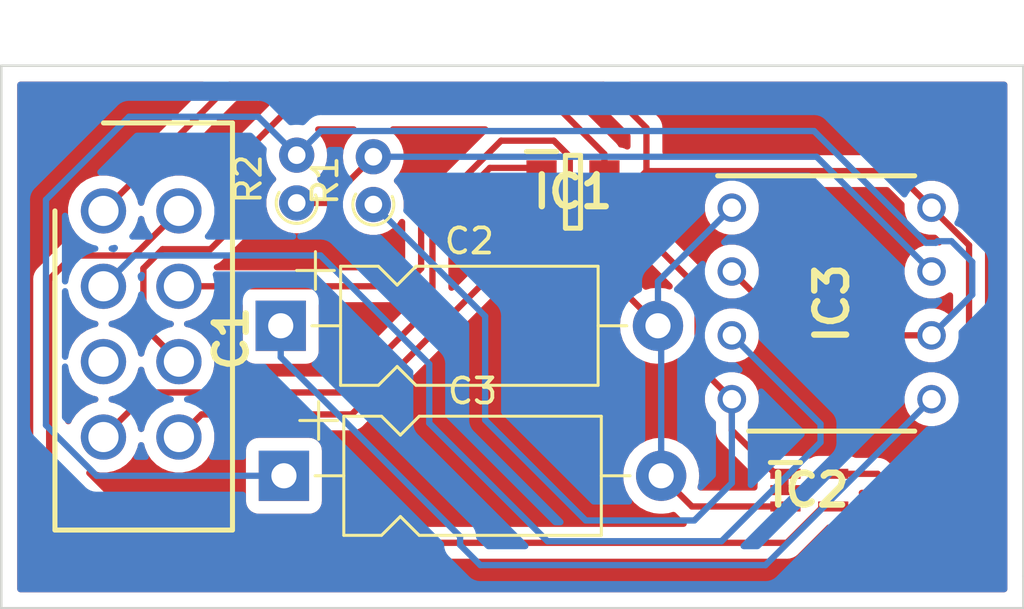
<source format=kicad_pcb>
(kicad_pcb (version 20171130) (host pcbnew "(5.1.0)-1")

  (general
    (thickness 1.6)
    (drawings 6)
    (tracks 111)
    (zones 0)
    (modules 8)
    (nets 13)
  )

  (page A4)
  (layers
    (0 F.Cu signal)
    (31 B.Cu signal)
    (32 B.Adhes user)
    (33 F.Adhes user)
    (34 B.Paste user)
    (35 F.Paste user)
    (36 B.SilkS user)
    (37 F.SilkS user)
    (38 B.Mask user)
    (39 F.Mask user)
    (40 Dwgs.User user)
    (41 Cmts.User user)
    (42 Eco1.User user)
    (43 Eco2.User user)
    (44 Edge.Cuts user)
    (45 Margin user)
    (46 B.CrtYd user)
    (47 F.CrtYd user)
    (48 B.Fab user)
    (49 F.Fab user)
  )

  (setup
    (last_trace_width 0.25)
    (trace_clearance 0.2)
    (zone_clearance 0.508)
    (zone_45_only no)
    (trace_min 0.2)
    (via_size 0.8)
    (via_drill 0.4)
    (via_min_size 0.4)
    (via_min_drill 0.3)
    (uvia_size 0.3)
    (uvia_drill 0.1)
    (uvias_allowed no)
    (uvia_min_size 0.2)
    (uvia_min_drill 0.1)
    (edge_width 0.1)
    (segment_width 0.2)
    (pcb_text_width 0.3)
    (pcb_text_size 1.5 1.5)
    (mod_edge_width 0.15)
    (mod_text_size 1 1)
    (mod_text_width 0.15)
    (pad_size 1.524 1.524)
    (pad_drill 0.762)
    (pad_to_mask_clearance 0)
    (aux_axis_origin 0 0)
    (visible_elements 7FFFFFFF)
    (pcbplotparams
      (layerselection 0x010fc_ffffffff)
      (usegerberextensions false)
      (usegerberattributes false)
      (usegerberadvancedattributes false)
      (creategerberjobfile false)
      (excludeedgelayer true)
      (linewidth 0.100000)
      (plotframeref false)
      (viasonmask false)
      (mode 1)
      (useauxorigin false)
      (hpglpennumber 1)
      (hpglpenspeed 20)
      (hpglpendiameter 15.000000)
      (psnegative false)
      (psa4output false)
      (plotreference true)
      (plotvalue true)
      (plotinvisibletext false)
      (padsonsilk false)
      (subtractmaskfromsilk false)
      (outputformat 1)
      (mirror false)
      (drillshape 1)
      (scaleselection 1)
      (outputdirectory ""))
  )

  (net 0 "")
  (net 1 "Net-(IC1-Pad4)")
  (net 2 "Net-(C1-Pad1)")
  (net 3 "Net-(C1-Pad2)")
  (net 4 "Net-(C1-Pad3)")
  (net 5 "Net-(C1-Pad4)")
  (net 6 "Net-(C1-Pad5)")
  (net 7 "Net-(C1-Pad6)")
  (net 8 "Net-(C1-Pad7)")
  (net 9 "Net-(C1-Pad8)")
  (net 10 "Net-(C2-Pad1)")
  (net 11 "Net-(C3-Pad1)")
  (net 12 "Net-(IC3-Pad7)")

  (net_class Default "This is the default net class."
    (clearance 0.2)
    (trace_width 0.25)
    (via_dia 0.8)
    (via_drill 0.4)
    (uvia_dia 0.3)
    (uvia_drill 0.1)
    (add_net "Net-(C1-Pad1)")
    (add_net "Net-(C1-Pad2)")
    (add_net "Net-(C1-Pad3)")
    (add_net "Net-(C1-Pad4)")
    (add_net "Net-(C1-Pad5)")
    (add_net "Net-(C1-Pad6)")
    (add_net "Net-(C1-Pad7)")
    (add_net "Net-(C1-Pad8)")
    (add_net "Net-(C2-Pad1)")
    (add_net "Net-(C3-Pad1)")
    (add_net "Net-(IC1-Pad4)")
    (add_net "Net-(IC3-Pad7)")
  )

  (module SamacSys_Parts:8PinConnector (layer F.Cu) (tedit 5D4AB0C5) (tstamp 5D4C7916)
    (at 67.564 122.6185 90)
    (descr 3-794630-)
    (tags Capacitor)
    (path /5D4DE600)
    (fp_text reference C1 (at -5.08 5.08 90) (layer F.SilkS)
      (effects (font (size 1.27 1.27) (thickness 0.254)))
    )
    (fp_text value "8PinConnector(TE)" (at 0 0 90) (layer F.SilkS) hide
      (effects (font (size 1.27 1.27) (thickness 0.254)))
    )
    (fp_text user %R (at 0 0 90) (layer F.Fab)
      (effects (font (size 1.27 1.27) (thickness 0.254)))
    )
    (fp_line (start 3.75 -2.18) (end -12.95 -2.18) (layer F.CrtYd) (width 0.05))
    (fp_line (start -12.95 -2.18) (end -12.95 5.38) (layer F.CrtYd) (width 0.05))
    (fp_line (start -12.95 5.38) (end 3.75 5.38) (layer F.CrtYd) (width 0.05))
    (fp_line (start 3.75 5.38) (end 3.75 -2.18) (layer F.CrtYd) (width 0.05))
    (fp_line (start 3.5 -1.93) (end -12.7 -1.93) (layer F.Fab) (width 0.1))
    (fp_line (start -12.7 -1.93) (end -12.7 5.13) (layer F.Fab) (width 0.1))
    (fp_line (start -12.7 5.13) (end 3.5 5.13) (layer F.Fab) (width 0.1))
    (fp_line (start 3.5 5.13) (end 3.5 -1.93) (layer F.Fab) (width 0.1))
    (fp_line (start 0 -1.93) (end -12.7 -1.93) (layer F.SilkS) (width 0.2))
    (fp_line (start -12.7 -1.93) (end -12.7 5.13) (layer F.SilkS) (width 0.2))
    (fp_line (start -12.7 5.13) (end 3.5 5.13) (layer F.SilkS) (width 0.2))
    (fp_line (start 3.5 5.13) (end 3.5 0) (layer F.SilkS) (width 0.2))
    (pad 1 thru_hole circle (at 0 0 90) (size 1.8 1.8) (drill 1.2) (layers *.Cu *.Mask)
      (net 2 "Net-(C1-Pad1)"))
    (pad 2 thru_hole circle (at 0 3 90) (size 1.8 1.8) (drill 1.2) (layers *.Cu *.Mask)
      (net 3 "Net-(C1-Pad2)"))
    (pad 3 thru_hole circle (at -3 0 90) (size 1.8 1.8) (drill 1.2) (layers *.Cu *.Mask)
      (net 4 "Net-(C1-Pad3)"))
    (pad 4 thru_hole circle (at -3 3 90) (size 1.8 1.8) (drill 1.2) (layers *.Cu *.Mask)
      (net 5 "Net-(C1-Pad4)"))
    (pad 5 thru_hole circle (at -6 0 90) (size 1.8 1.8) (drill 1.2) (layers *.Cu *.Mask)
      (net 6 "Net-(C1-Pad5)"))
    (pad 6 thru_hole circle (at -6 3 90) (size 1.8 1.8) (drill 1.2) (layers *.Cu *.Mask)
      (net 7 "Net-(C1-Pad6)"))
    (pad 7 thru_hole circle (at -9 0 90) (size 1.8 1.8) (drill 1.2) (layers *.Cu *.Mask)
      (net 8 "Net-(C1-Pad7)"))
    (pad 8 thru_hole circle (at -9 3 90) (size 1.8 1.8) (drill 1.2) (layers *.Cu *.Mask)
      (net 9 "Net-(C1-Pad8)"))
    (model 3-794630-8.stp
      (at (xyz 0 0 0))
      (scale (xyz 1 1 1))
      (rotate (xyz 0 0 0))
    )
  )

  (module Capacitor_THT:CP_Axial_L10.0mm_D4.5mm_P15.00mm_Horizontal (layer F.Cu) (tedit 5AE50EF2) (tstamp 5D4C793D)
    (at 74.6125 127.1905)
    (descr "CP, Axial series, Axial, Horizontal, pin pitch=15mm, , length*diameter=10*4.5mm^2, Electrolytic Capacitor, , http://www.vishay.com/docs/28325/021asm.pdf")
    (tags "CP Axial series Axial Horizontal pin pitch 15mm  length 10mm diameter 4.5mm Electrolytic Capacitor")
    (path /5D4EB60B)
    (fp_text reference C2 (at 7.5 -3.37) (layer F.SilkS)
      (effects (font (size 1 1) (thickness 0.15)))
    )
    (fp_text value 1uFCapacitor (at 7.5 3.37) (layer F.Fab)
      (effects (font (size 1 1) (thickness 0.15)))
    )
    (fp_text user %R (at 7.5 0) (layer F.Fab)
      (effects (font (size 1 1) (thickness 0.15)))
    )
    (fp_line (start 16.25 -2.5) (end -1.25 -2.5) (layer F.CrtYd) (width 0.05))
    (fp_line (start 16.25 2.5) (end 16.25 -2.5) (layer F.CrtYd) (width 0.05))
    (fp_line (start -1.25 2.5) (end 16.25 2.5) (layer F.CrtYd) (width 0.05))
    (fp_line (start -1.25 -2.5) (end -1.25 2.5) (layer F.CrtYd) (width 0.05))
    (fp_line (start 13.76 0) (end 12.62 0) (layer F.SilkS) (width 0.12))
    (fp_line (start 1.24 0) (end 2.38 0) (layer F.SilkS) (width 0.12))
    (fp_line (start 5.38 2.37) (end 12.62 2.37) (layer F.SilkS) (width 0.12))
    (fp_line (start 4.63 1.62) (end 5.38 2.37) (layer F.SilkS) (width 0.12))
    (fp_line (start 3.88 2.37) (end 4.63 1.62) (layer F.SilkS) (width 0.12))
    (fp_line (start 2.38 2.37) (end 3.88 2.37) (layer F.SilkS) (width 0.12))
    (fp_line (start 5.38 -2.37) (end 12.62 -2.37) (layer F.SilkS) (width 0.12))
    (fp_line (start 4.63 -1.62) (end 5.38 -2.37) (layer F.SilkS) (width 0.12))
    (fp_line (start 3.88 -2.37) (end 4.63 -1.62) (layer F.SilkS) (width 0.12))
    (fp_line (start 2.38 -2.37) (end 3.88 -2.37) (layer F.SilkS) (width 0.12))
    (fp_line (start 12.62 -2.37) (end 12.62 2.37) (layer F.SilkS) (width 0.12))
    (fp_line (start 2.38 -2.37) (end 2.38 2.37) (layer F.SilkS) (width 0.12))
    (fp_line (start 1.38 -2.95) (end 1.38 -1.45) (layer F.SilkS) (width 0.12))
    (fp_line (start 0.63 -2.2) (end 2.13 -2.2) (layer F.SilkS) (width 0.12))
    (fp_line (start 4.65 -0.75) (end 4.65 0.75) (layer F.Fab) (width 0.1))
    (fp_line (start 3.9 0) (end 5.4 0) (layer F.Fab) (width 0.1))
    (fp_line (start 15 0) (end 12.5 0) (layer F.Fab) (width 0.1))
    (fp_line (start 0 0) (end 2.5 0) (layer F.Fab) (width 0.1))
    (fp_line (start 5.38 2.25) (end 12.5 2.25) (layer F.Fab) (width 0.1))
    (fp_line (start 4.63 1.5) (end 5.38 2.25) (layer F.Fab) (width 0.1))
    (fp_line (start 3.88 2.25) (end 4.63 1.5) (layer F.Fab) (width 0.1))
    (fp_line (start 2.5 2.25) (end 3.88 2.25) (layer F.Fab) (width 0.1))
    (fp_line (start 5.38 -2.25) (end 12.5 -2.25) (layer F.Fab) (width 0.1))
    (fp_line (start 4.63 -1.5) (end 5.38 -2.25) (layer F.Fab) (width 0.1))
    (fp_line (start 3.88 -2.25) (end 4.63 -1.5) (layer F.Fab) (width 0.1))
    (fp_line (start 2.5 -2.25) (end 3.88 -2.25) (layer F.Fab) (width 0.1))
    (fp_line (start 12.5 -2.25) (end 12.5 2.25) (layer F.Fab) (width 0.1))
    (fp_line (start 2.5 -2.25) (end 2.5 2.25) (layer F.Fab) (width 0.1))
    (pad 2 thru_hole oval (at 15 0) (size 2 2) (drill 1) (layers *.Cu *.Mask)
      (net 5 "Net-(C1-Pad4)"))
    (pad 1 thru_hole rect (at 0 0) (size 2 2) (drill 1) (layers *.Cu *.Mask)
      (net 10 "Net-(C2-Pad1)"))
    (model ${KISYS3DMOD}/Capacitor_THT.3dshapes/CP_Axial_L10.0mm_D4.5mm_P15.00mm_Horizontal.wrl
      (at (xyz 0 0 0))
      (scale (xyz 1 1 1))
      (rotate (xyz 0 0 0))
    )
  )

  (module Capacitor_THT:CP_Axial_L10.0mm_D4.5mm_P15.00mm_Horizontal (layer F.Cu) (tedit 5AE50EF2) (tstamp 5D4C7964)
    (at 74.7395 133.1595)
    (descr "CP, Axial series, Axial, Horizontal, pin pitch=15mm, , length*diameter=10*4.5mm^2, Electrolytic Capacitor, , http://www.vishay.com/docs/28325/021asm.pdf")
    (tags "CP Axial series Axial Horizontal pin pitch 15mm  length 10mm diameter 4.5mm Electrolytic Capacitor")
    (path /5D4EAD5B)
    (fp_text reference C3 (at 7.5 -3.37) (layer F.SilkS)
      (effects (font (size 1 1) (thickness 0.15)))
    )
    (fp_text value 1uFCapacitor (at 7.5 3.37) (layer F.Fab)
      (effects (font (size 1 1) (thickness 0.15)))
    )
    (fp_line (start 2.5 -2.25) (end 2.5 2.25) (layer F.Fab) (width 0.1))
    (fp_line (start 12.5 -2.25) (end 12.5 2.25) (layer F.Fab) (width 0.1))
    (fp_line (start 2.5 -2.25) (end 3.88 -2.25) (layer F.Fab) (width 0.1))
    (fp_line (start 3.88 -2.25) (end 4.63 -1.5) (layer F.Fab) (width 0.1))
    (fp_line (start 4.63 -1.5) (end 5.38 -2.25) (layer F.Fab) (width 0.1))
    (fp_line (start 5.38 -2.25) (end 12.5 -2.25) (layer F.Fab) (width 0.1))
    (fp_line (start 2.5 2.25) (end 3.88 2.25) (layer F.Fab) (width 0.1))
    (fp_line (start 3.88 2.25) (end 4.63 1.5) (layer F.Fab) (width 0.1))
    (fp_line (start 4.63 1.5) (end 5.38 2.25) (layer F.Fab) (width 0.1))
    (fp_line (start 5.38 2.25) (end 12.5 2.25) (layer F.Fab) (width 0.1))
    (fp_line (start 0 0) (end 2.5 0) (layer F.Fab) (width 0.1))
    (fp_line (start 15 0) (end 12.5 0) (layer F.Fab) (width 0.1))
    (fp_line (start 3.9 0) (end 5.4 0) (layer F.Fab) (width 0.1))
    (fp_line (start 4.65 -0.75) (end 4.65 0.75) (layer F.Fab) (width 0.1))
    (fp_line (start 0.63 -2.2) (end 2.13 -2.2) (layer F.SilkS) (width 0.12))
    (fp_line (start 1.38 -2.95) (end 1.38 -1.45) (layer F.SilkS) (width 0.12))
    (fp_line (start 2.38 -2.37) (end 2.38 2.37) (layer F.SilkS) (width 0.12))
    (fp_line (start 12.62 -2.37) (end 12.62 2.37) (layer F.SilkS) (width 0.12))
    (fp_line (start 2.38 -2.37) (end 3.88 -2.37) (layer F.SilkS) (width 0.12))
    (fp_line (start 3.88 -2.37) (end 4.63 -1.62) (layer F.SilkS) (width 0.12))
    (fp_line (start 4.63 -1.62) (end 5.38 -2.37) (layer F.SilkS) (width 0.12))
    (fp_line (start 5.38 -2.37) (end 12.62 -2.37) (layer F.SilkS) (width 0.12))
    (fp_line (start 2.38 2.37) (end 3.88 2.37) (layer F.SilkS) (width 0.12))
    (fp_line (start 3.88 2.37) (end 4.63 1.62) (layer F.SilkS) (width 0.12))
    (fp_line (start 4.63 1.62) (end 5.38 2.37) (layer F.SilkS) (width 0.12))
    (fp_line (start 5.38 2.37) (end 12.62 2.37) (layer F.SilkS) (width 0.12))
    (fp_line (start 1.24 0) (end 2.38 0) (layer F.SilkS) (width 0.12))
    (fp_line (start 13.76 0) (end 12.62 0) (layer F.SilkS) (width 0.12))
    (fp_line (start -1.25 -2.5) (end -1.25 2.5) (layer F.CrtYd) (width 0.05))
    (fp_line (start -1.25 2.5) (end 16.25 2.5) (layer F.CrtYd) (width 0.05))
    (fp_line (start 16.25 2.5) (end 16.25 -2.5) (layer F.CrtYd) (width 0.05))
    (fp_line (start 16.25 -2.5) (end -1.25 -2.5) (layer F.CrtYd) (width 0.05))
    (fp_text user %R (at 7.5 0) (layer F.Fab)
      (effects (font (size 1 1) (thickness 0.15)))
    )
    (pad 1 thru_hole rect (at 0 0) (size 2 2) (drill 1) (layers *.Cu *.Mask)
      (net 11 "Net-(C3-Pad1)"))
    (pad 2 thru_hole oval (at 15 0) (size 2 2) (drill 1) (layers *.Cu *.Mask)
      (net 5 "Net-(C1-Pad4)"))
    (model ${KISYS3DMOD}/Capacitor_THT.3dshapes/CP_Axial_L10.0mm_D4.5mm_P15.00mm_Horizontal.wrl
      (at (xyz 0 0 0))
      (scale (xyz 1 1 1))
      (rotate (xyz 0 0 0))
    )
  )

  (module SamacSys_Parts:SOT95P280X145-6N (layer F.Cu) (tedit 5D4A985F) (tstamp 5D4C797D)
    (at 86.233 121.8565)
    (descr "DBV (R-PDSO-G6)")
    (tags "Integrated Circuit")
    (path /5D4E309A)
    (attr smd)
    (fp_text reference IC1 (at 0 0) (layer F.SilkS)
      (effects (font (size 1.27 1.27) (thickness 0.254)))
    )
    (fp_text value 3InputORgate (at 0 0) (layer F.SilkS) hide
      (effects (font (size 1.27 1.27) (thickness 0.254)))
    )
    (fp_text user %R (at 0 0) (layer F.Fab)
      (effects (font (size 1.27 1.27) (thickness 0.254)))
    )
    (fp_line (start -2.1 -1.775) (end 2.1 -1.775) (layer F.CrtYd) (width 0.05))
    (fp_line (start 2.1 -1.775) (end 2.1 1.775) (layer F.CrtYd) (width 0.05))
    (fp_line (start 2.1 1.775) (end -2.1 1.775) (layer F.CrtYd) (width 0.05))
    (fp_line (start -2.1 1.775) (end -2.1 -1.775) (layer F.CrtYd) (width 0.05))
    (fp_line (start -0.8 -1.45) (end 0.8 -1.45) (layer F.Fab) (width 0.1))
    (fp_line (start 0.8 -1.45) (end 0.8 1.45) (layer F.Fab) (width 0.1))
    (fp_line (start 0.8 1.45) (end -0.8 1.45) (layer F.Fab) (width 0.1))
    (fp_line (start -0.8 1.45) (end -0.8 -1.45) (layer F.Fab) (width 0.1))
    (fp_line (start -0.8 -0.5) (end 0.15 -1.45) (layer F.Fab) (width 0.1))
    (fp_line (start -0.3 -1.45) (end 0.3 -1.45) (layer F.SilkS) (width 0.2))
    (fp_line (start 0.3 -1.45) (end 0.3 1.45) (layer F.SilkS) (width 0.2))
    (fp_line (start 0.3 1.45) (end -0.3 1.45) (layer F.SilkS) (width 0.2))
    (fp_line (start -0.3 1.45) (end -0.3 -1.45) (layer F.SilkS) (width 0.2))
    (fp_line (start -1.85 -1.6) (end -0.65 -1.6) (layer F.SilkS) (width 0.2))
    (pad 1 smd rect (at -1.25 -0.95 90) (size 0.6 1.2) (layers F.Cu F.Paste F.Mask)
      (net 8 "Net-(C1-Pad7)"))
    (pad 2 smd rect (at -1.25 0 90) (size 0.6 1.2) (layers F.Cu F.Paste F.Mask)
      (net 5 "Net-(C1-Pad4)"))
    (pad 3 smd rect (at -1.25 0.95 90) (size 0.6 1.2) (layers F.Cu F.Paste F.Mask)
      (net 9 "Net-(C1-Pad8)"))
    (pad 4 smd rect (at 1.25 0.95 90) (size 0.6 1.2) (layers F.Cu F.Paste F.Mask)
      (net 1 "Net-(IC1-Pad4)"))
    (pad 5 smd rect (at 1.25 0 90) (size 0.6 1.2) (layers F.Cu F.Paste F.Mask)
      (net 2 "Net-(C1-Pad1)"))
    (pad 6 smd rect (at 1.25 -0.95 90) (size 0.6 1.2) (layers F.Cu F.Paste F.Mask)
      (net 7 "Net-(C1-Pad6)"))
    (model SN74LVC1G332DBVR.stp
      (at (xyz 0 0 0))
      (scale (xyz 1 1 1))
      (rotate (xyz 0 0 0))
    )
  )

  (module SamacSys_Parts:SOT65P210X110-5N (layer F.Cu) (tedit 5D4A986E) (tstamp 5D4C7991)
    (at 95.631 133.731)
    (descr "DCK(R-PDSO-G5)")
    (tags "Integrated Circuit")
    (path /5D4E14CB)
    (attr smd)
    (fp_text reference IC2 (at 0 0) (layer F.SilkS)
      (effects (font (size 1.27 1.27) (thickness 0.254)))
    )
    (fp_text value 2InputNANDGATE (at 0 0) (layer F.SilkS) hide
      (effects (font (size 1.27 1.27) (thickness 0.254)))
    )
    (fp_text user %R (at 0 0) (layer F.Fab)
      (effects (font (size 1.27 1.27) (thickness 0.254)))
    )
    (fp_line (start -1.8 -1.325) (end 1.8 -1.325) (layer F.CrtYd) (width 0.05))
    (fp_line (start 1.8 -1.325) (end 1.8 1.325) (layer F.CrtYd) (width 0.05))
    (fp_line (start 1.8 1.325) (end -1.8 1.325) (layer F.CrtYd) (width 0.05))
    (fp_line (start -1.8 1.325) (end -1.8 -1.325) (layer F.CrtYd) (width 0.05))
    (fp_line (start -0.625 -1) (end 0.625 -1) (layer F.Fab) (width 0.1))
    (fp_line (start 0.625 -1) (end 0.625 1) (layer F.Fab) (width 0.1))
    (fp_line (start 0.625 1) (end -0.625 1) (layer F.Fab) (width 0.1))
    (fp_line (start -0.625 1) (end -0.625 -1) (layer F.Fab) (width 0.1))
    (fp_line (start -0.625 -0.35) (end 0.025 -1) (layer F.Fab) (width 0.1))
    (fp_line (start -1.55 -1.1) (end -0.35 -1.1) (layer F.SilkS) (width 0.2))
    (pad 1 smd rect (at -0.95 -0.65 90) (size 0.4 1.2) (layers F.Cu F.Paste F.Mask)
      (net 1 "Net-(IC1-Pad4)"))
    (pad 2 smd rect (at -0.95 0 90) (size 0.4 1.2) (layers F.Cu F.Paste F.Mask)
      (net 1 "Net-(IC1-Pad4)"))
    (pad 3 smd rect (at -0.95 0.65 90) (size 0.4 1.2) (layers F.Cu F.Paste F.Mask)
      (net 5 "Net-(C1-Pad4)"))
    (pad 4 smd rect (at 0.95 0.65 90) (size 0.4 1.2) (layers F.Cu F.Paste F.Mask)
      (net 3 "Net-(C1-Pad2)"))
    (pad 5 smd rect (at 0.95 -0.65 90) (size 0.4 1.2) (layers F.Cu F.Paste F.Mask)
      (net 2 "Net-(C1-Pad1)"))
    (model SN74AHC1G00DCKR.stp
      (at (xyz 0 0 0))
      (scale (xyz 1 1 1))
      (rotate (xyz 0 0 0))
    )
  )

  (module SamacSys_Parts:LM555CN (layer F.Cu) (tedit 5D4C1BE3) (tstamp 5D4C79A9)
    (at 96.52 126.3015)
    (descr "P (R-PDIP-T8)")
    (tags "Integrated Circuit")
    (path /5D4E052A)
    (fp_text reference IC3 (at 0 0 90) (layer F.SilkS)
      (effects (font (size 1.27 1.27) (thickness 0.254)))
    )
    (fp_text value LM555CMM_NOPB (at 0 0) (layer F.SilkS) hide
      (effects (font (size 1.27 1.27) (thickness 0.254)))
    )
    (fp_text user %R (at 0 0) (layer F.Fab)
      (effects (font (size 1.27 1.27) (thickness 0.254)))
    )
    (fp_line (start -4.945 -5.33) (end 4.945 -5.33) (layer F.CrtYd) (width 0.05))
    (fp_line (start 4.945 -5.33) (end 4.945 5.33) (layer F.CrtYd) (width 0.05))
    (fp_line (start 4.945 5.33) (end -4.945 5.33) (layer F.CrtYd) (width 0.05))
    (fp_line (start -4.945 5.33) (end -4.945 -5.33) (layer F.CrtYd) (width 0.05))
    (fp_line (start -3.3 -5.08) (end 3.3 -5.08) (layer F.Fab) (width 0.1))
    (fp_line (start 3.3 -5.08) (end 3.3 5.08) (layer F.Fab) (width 0.1))
    (fp_line (start 3.3 5.08) (end -3.3 5.08) (layer F.Fab) (width 0.1))
    (fp_line (start -3.3 5.08) (end -3.3 -5.08) (layer F.Fab) (width 0.1))
    (fp_line (start -3.3 -3.81) (end -2.03 -5.08) (layer F.Fab) (width 0.1))
    (fp_line (start -4.535 -5.08) (end 3.3 -5.08) (layer F.SilkS) (width 0.2))
    (fp_line (start -3.3 5.08) (end 3.3 5.08) (layer F.SilkS) (width 0.2))
    (pad 1 thru_hole circle (at -3.97 -3.81) (size 1.13 1.13) (drill 0.73) (layers *.Cu *.Mask)
      (net 5 "Net-(C1-Pad4)"))
    (pad 2 thru_hole circle (at -3.97 -1.27) (size 1.13 1.13) (drill 0.73) (layers *.Cu *.Mask)
      (net 11 "Net-(C3-Pad1)"))
    (pad 3 thru_hole circle (at -3.97 1.27) (size 1.13 1.13) (drill 0.73) (layers *.Cu *.Mask)
      (net 4 "Net-(C1-Pad3)"))
    (pad 4 thru_hole circle (at -3.97 3.81) (size 1.13 1.13) (drill 0.73) (layers *.Cu *.Mask)
      (net 1 "Net-(IC1-Pad4)"))
    (pad 5 thru_hole circle (at 3.97 3.81) (size 1.13 1.13) (drill 0.73) (layers *.Cu *.Mask)
      (net 10 "Net-(C2-Pad1)"))
    (pad 6 thru_hole circle (at 3.97 1.27) (size 1.13 1.13) (drill 0.73) (layers *.Cu *.Mask)
      (net 11 "Net-(C3-Pad1)"))
    (pad 7 thru_hole circle (at 3.97 -1.27) (size 1.13 1.13) (drill 0.73) (layers *.Cu *.Mask)
      (net 12 "Net-(IC3-Pad7)"))
    (pad 8 thru_hole circle (at 3.97 -3.81) (size 1.13 1.13) (drill 0.73) (layers *.Cu *.Mask)
      (net 2 "Net-(C1-Pad1)"))
    (model LM555CN_NOPB.stp
      (at (xyz 0 0 0))
      (scale (xyz 1 1 1))
      (rotate (xyz 0 0 0))
    )
  )

  (module Resistor_THT:R_Axial_DIN0204_L3.6mm_D1.6mm_P1.90mm_Vertical (layer F.Cu) (tedit 5AE5139B) (tstamp 5D4C79B7)
    (at 78.2955 122.3645 90)
    (descr "Resistor, Axial_DIN0204 series, Axial, Vertical, pin pitch=1.9mm, 0.167W, length*diameter=3.6*1.6mm^2, http://cdn-reichelt.de/documents/datenblatt/B400/1_4W%23YAG.pdf")
    (tags "Resistor Axial_DIN0204 series Axial Vertical pin pitch 1.9mm 0.167W length 3.6mm diameter 1.6mm")
    (path /5D4EA28C)
    (fp_text reference R1 (at 0.95 -1.92 90) (layer F.SilkS)
      (effects (font (size 1 1) (thickness 0.15)))
    )
    (fp_text value 1KOhmResistor (at 0.95 1.92 90) (layer F.Fab)
      (effects (font (size 1 1) (thickness 0.15)))
    )
    (fp_text user %R (at 0.95 -1.92 90) (layer F.Fab)
      (effects (font (size 1 1) (thickness 0.15)))
    )
    (fp_line (start 2.86 -1.05) (end -1.05 -1.05) (layer F.CrtYd) (width 0.05))
    (fp_line (start 2.86 1.05) (end 2.86 -1.05) (layer F.CrtYd) (width 0.05))
    (fp_line (start -1.05 1.05) (end 2.86 1.05) (layer F.CrtYd) (width 0.05))
    (fp_line (start -1.05 -1.05) (end -1.05 1.05) (layer F.CrtYd) (width 0.05))
    (fp_line (start 0 0) (end 1.9 0) (layer F.Fab) (width 0.1))
    (fp_circle (center 0 0) (end 0.8 0) (layer F.Fab) (width 0.1))
    (fp_arc (start 0 0) (end 0.417133 -0.7) (angle -233.92106) (layer F.SilkS) (width 0.12))
    (pad 2 thru_hole oval (at 1.9 0 90) (size 1.4 1.4) (drill 0.7) (layers *.Cu *.Mask)
      (net 12 "Net-(IC3-Pad7)"))
    (pad 1 thru_hole circle (at 0 0 90) (size 1.4 1.4) (drill 0.7) (layers *.Cu *.Mask)
      (net 1 "Net-(IC1-Pad4)"))
    (model ${KISYS3DMOD}/Resistor_THT.3dshapes/R_Axial_DIN0204_L3.6mm_D1.6mm_P1.90mm_Vertical.wrl
      (at (xyz 0 0 0))
      (scale (xyz 1 1 1))
      (rotate (xyz 0 0 0))
    )
  )

  (module Resistor_THT:R_Axial_DIN0204_L3.6mm_D1.6mm_P1.90mm_Vertical (layer F.Cu) (tedit 5AE5139B) (tstamp 5D4C79C5)
    (at 75.2475 122.301 90)
    (descr "Resistor, Axial_DIN0204 series, Axial, Vertical, pin pitch=1.9mm, 0.167W, length*diameter=3.6*1.6mm^2, http://cdn-reichelt.de/documents/datenblatt/B400/1_4W%23YAG.pdf")
    (tags "Resistor Axial_DIN0204 series Axial Vertical pin pitch 1.9mm 0.167W length 3.6mm diameter 1.6mm")
    (path /5D4E8591)
    (fp_text reference R2 (at 0.95 -1.92 90) (layer F.SilkS)
      (effects (font (size 1 1) (thickness 0.15)))
    )
    (fp_text value 100KOhmsResistor (at 0.95 1.92 90) (layer F.Fab)
      (effects (font (size 1 1) (thickness 0.15)))
    )
    (fp_arc (start 0 0) (end 0.417133 -0.7) (angle -233.92106) (layer F.SilkS) (width 0.12))
    (fp_circle (center 0 0) (end 0.8 0) (layer F.Fab) (width 0.1))
    (fp_line (start 0 0) (end 1.9 0) (layer F.Fab) (width 0.1))
    (fp_line (start -1.05 -1.05) (end -1.05 1.05) (layer F.CrtYd) (width 0.05))
    (fp_line (start -1.05 1.05) (end 2.86 1.05) (layer F.CrtYd) (width 0.05))
    (fp_line (start 2.86 1.05) (end 2.86 -1.05) (layer F.CrtYd) (width 0.05))
    (fp_line (start 2.86 -1.05) (end -1.05 -1.05) (layer F.CrtYd) (width 0.05))
    (fp_text user %R (at 0.95 -1.92 90) (layer F.Fab)
      (effects (font (size 1 1) (thickness 0.15)))
    )
    (pad 1 thru_hole circle (at 0 0 90) (size 1.4 1.4) (drill 0.7) (layers *.Cu *.Mask)
      (net 12 "Net-(IC3-Pad7)"))
    (pad 2 thru_hole oval (at 1.9 0 90) (size 1.4 1.4) (drill 0.7) (layers *.Cu *.Mask)
      (net 11 "Net-(C3-Pad1)"))
    (model ${KISYS3DMOD}/Resistor_THT.3dshapes/R_Axial_DIN0204_L3.6mm_D1.6mm_P1.90mm_Vertical.wrl
      (at (xyz 0 0 0))
      (scale (xyz 1 1 1))
      (rotate (xyz 0 0 0))
    )
  )

  (gr_text TSAL (at 93.345 118.745) (layer F.Mask)
    (effects (font (size 1.5 1.5) (thickness 0.3)))
  )
  (gr_line (start 63.5 138.43) (end 63.5 116.84) (layer Edge.Cuts) (width 0.1))
  (gr_line (start 104.14 138.43) (end 63.5 138.43) (layer Edge.Cuts) (width 0.1))
  (gr_line (start 104.14 137.16) (end 104.14 138.43) (layer Edge.Cuts) (width 0.1))
  (gr_line (start 104.14 116.84) (end 104.14 137.16) (layer Edge.Cuts) (width 0.1))
  (gr_line (start 63.5 116.84) (end 104.14 116.84) (layer Edge.Cuts) (width 0.1))

  (segment (start 94.681 133.081) (end 94.681 133.731) (width 0.25) (layer F.Cu) (net 1))
  (segment (start 94.281 133.081) (end 94.681 133.081) (width 0.25) (layer F.Cu) (net 1))
  (segment (start 92.55 131.35) (end 94.281 133.081) (width 0.25) (layer F.Cu) (net 1))
  (segment (start 92.55 130.1115) (end 92.55 131.35) (width 0.25) (layer F.Cu) (net 1))
  (segment (start 88.333 122.8065) (end 91.186 125.6595) (width 0.25) (layer F.Cu) (net 1))
  (segment (start 87.483 122.8065) (end 88.333 122.8065) (width 0.25) (layer F.Cu) (net 1))
  (segment (start 91.186 128.7475) (end 92.55 130.1115) (width 0.25) (layer F.Cu) (net 1))
  (segment (start 91.186 125.6595) (end 91.186 128.7475) (width 0.25) (layer F.Cu) (net 1))
  (segment (start 92.55 130.1115) (end 92.55 133.4465) (width 0.25) (layer B.Cu) (net 1))
  (segment (start 92.55 133.4465) (end 91.059 134.9375) (width 0.25) (layer B.Cu) (net 1))
  (segment (start 91.059 134.9375) (end 86.741 134.9375) (width 0.25) (layer B.Cu) (net 1))
  (segment (start 86.741 134.9375) (end 82.7405 130.937) (width 0.25) (layer B.Cu) (net 1))
  (segment (start 82.7405 126.8095) (end 78.2955 122.3645) (width 0.25) (layer B.Cu) (net 1))
  (segment (start 82.7405 130.937) (end 82.7405 126.8095) (width 0.25) (layer B.Cu) (net 1))
  (segment (start 100.1545 133.843) (end 101.981 132.0165) (width 0.25) (layer F.Cu) (net 2))
  (segment (start 101.981 123.9825) (end 100.49 122.4915) (width 0.25) (layer F.Cu) (net 2))
  (segment (start 101.981 132.0165) (end 101.981 123.9825) (width 0.25) (layer F.Cu) (net 2))
  (segment (start 72.5805 117.602) (end 87.4395 117.602) (width 0.25) (layer F.Cu) (net 2))
  (segment (start 67.564 122.6185) (end 72.5805 117.602) (width 0.25) (layer F.Cu) (net 2))
  (segment (start 87.4395 117.602) (end 89.154 119.3165) (width 0.25) (layer F.Cu) (net 2))
  (segment (start 88.333 121.8565) (end 87.483 121.8565) (width 0.25) (layer F.Cu) (net 2))
  (segment (start 89.154 121.0355) (end 88.333 121.8565) (width 0.25) (layer F.Cu) (net 2))
  (segment (start 89.154 119.3165) (end 89.154 121.0355) (width 0.25) (layer F.Cu) (net 2))
  (segment (start 100.1545 133.843) (end 99.1085 133.843) (width 0.25) (layer F.Cu) (net 2))
  (segment (start 98.3465 133.081) (end 96.581 133.081) (width 0.25) (layer F.Cu) (net 2))
  (segment (start 99.1085 133.843) (end 98.3465 133.081) (width 0.25) (layer F.Cu) (net 2))
  (segment (start 99.034 121.0355) (end 100.49 122.4915) (width 0.25) (layer F.Cu) (net 2))
  (segment (start 89.154 121.0355) (end 99.034 121.0355) (width 0.25) (layer F.Cu) (net 2))
  (segment (start 96.181 134.381) (end 96.581 134.381) (width 0.25) (layer F.Cu) (net 3))
  (segment (start 94.7355 135.8265) (end 96.181 134.381) (width 0.25) (layer F.Cu) (net 3))
  (segment (start 68.789001 124.393499) (end 66.354499 124.393499) (width 0.25) (layer F.Cu) (net 3))
  (segment (start 66.354499 124.393499) (end 65.405 125.342998) (width 0.25) (layer F.Cu) (net 3))
  (segment (start 70.564 122.6185) (end 68.789001 124.393499) (width 0.25) (layer F.Cu) (net 3))
  (segment (start 65.405 125.342998) (end 65.405 132.5245) (width 0.25) (layer F.Cu) (net 3))
  (segment (start 65.405 132.5245) (end 68.707 135.8265) (width 0.25) (layer F.Cu) (net 3))
  (segment (start 68.707 135.8265) (end 94.7355 135.8265) (width 0.25) (layer F.Cu) (net 3))
  (segment (start 68.789001 124.393499) (end 76.196999 124.393499) (width 0.25) (layer B.Cu) (net 4))
  (segment (start 67.564 125.6185) (end 68.789001 124.393499) (width 0.25) (layer B.Cu) (net 4))
  (segment (start 76.196999 124.393499) (end 80.518 128.7145) (width 0.25) (layer B.Cu) (net 4))
  (segment (start 80.518 128.7145) (end 80.518 131.064) (width 0.25) (layer B.Cu) (net 4))
  (segment (start 80.518 131.064) (end 85.217 135.763) (width 0.25) (layer B.Cu) (net 4))
  (segment (start 85.217 135.763) (end 92.1385 135.763) (width 0.25) (layer B.Cu) (net 4))
  (segment (start 92.1385 135.763) (end 96.0755 131.826) (width 0.25) (layer B.Cu) (net 4))
  (segment (start 96.0755 131.097) (end 92.55 127.5715) (width 0.25) (layer B.Cu) (net 4))
  (segment (start 96.0755 131.826) (end 96.0755 131.097) (width 0.25) (layer B.Cu) (net 4))
  (segment (start 90.961 134.381) (end 94.681 134.381) (width 0.25) (layer F.Cu) (net 5))
  (segment (start 89.7395 133.1595) (end 90.961 134.381) (width 0.25) (layer F.Cu) (net 5))
  (segment (start 89.6125 125.429) (end 89.6125 127.1905) (width 0.25) (layer B.Cu) (net 5))
  (segment (start 92.55 122.4915) (end 89.6125 125.429) (width 0.25) (layer B.Cu) (net 5))
  (segment (start 89.7395 127.3175) (end 89.6125 127.1905) (width 0.25) (layer B.Cu) (net 5))
  (segment (start 89.7395 133.1595) (end 89.7395 127.3175) (width 0.25) (layer B.Cu) (net 5))
  (segment (start 85.833 121.8565) (end 86.106 122.1295) (width 0.25) (layer F.Cu) (net 5))
  (segment (start 84.983 121.8565) (end 85.833 121.8565) (width 0.25) (layer F.Cu) (net 5))
  (segment (start 86.106 123.684) (end 89.6125 127.1905) (width 0.25) (layer F.Cu) (net 5))
  (segment (start 86.106 122.1295) (end 86.106 123.684) (width 0.25) (layer F.Cu) (net 5))
  (segment (start 70.564 125.6185) (end 79.4865 125.6185) (width 0.25) (layer F.Cu) (net 5))
  (segment (start 79.4865 125.6185) (end 80.19499 124.91001) (width 0.25) (layer F.Cu) (net 5))
  (segment (start 80.194991 123.003599) (end 83.37409 119.8245) (width 0.25) (layer F.Cu) (net 5))
  (segment (start 80.19499 124.91001) (end 80.194991 123.003599) (width 0.25) (layer F.Cu) (net 5))
  (segment (start 83.37409 119.8245) (end 85.471 119.8245) (width 0.25) (layer F.Cu) (net 5))
  (segment (start 86.106 120.4595) (end 86.106 122.1295) (width 0.25) (layer F.Cu) (net 5))
  (segment (start 85.471 119.8245) (end 86.106 120.4595) (width 0.25) (layer F.Cu) (net 5))
  (segment (start 87.483 120.3565) (end 85.7445 118.618) (width 0.25) (layer F.Cu) (net 7))
  (segment (start 87.483 120.9065) (end 87.483 120.3565) (width 0.25) (layer F.Cu) (net 7))
  (segment (start 85.7445 118.618) (end 74.8665 118.618) (width 0.25) (layer F.Cu) (net 7))
  (segment (start 74.8665 118.618) (end 72.771 120.7135) (width 0.25) (layer F.Cu) (net 7))
  (segment (start 72.771 120.7135) (end 72.771 123.19) (width 0.25) (layer F.Cu) (net 7))
  (segment (start 72.771 123.19) (end 71.8185 124.1425) (width 0.25) (layer F.Cu) (net 7))
  (segment (start 71.8185 124.1425) (end 69.9135 124.1425) (width 0.25) (layer F.Cu) (net 7))
  (segment (start 69.9135 124.1425) (end 69.1515 124.9045) (width 0.25) (layer F.Cu) (net 7))
  (segment (start 69.1515 127.206) (end 70.564 128.6185) (width 0.25) (layer F.Cu) (net 7))
  (segment (start 69.1515 124.9045) (end 69.1515 127.206) (width 0.25) (layer F.Cu) (net 7))
  (segment (start 82.9285 120.9065) (end 84.983 120.9065) (width 0.25) (layer F.Cu) (net 8))
  (segment (start 80.645 123.19) (end 82.9285 120.9065) (width 0.25) (layer F.Cu) (net 8))
  (segment (start 80.645 126.365) (end 80.645 123.19) (width 0.25) (layer F.Cu) (net 8))
  (segment (start 77.166499 129.843501) (end 80.645 126.365) (width 0.25) (layer F.Cu) (net 8))
  (segment (start 67.564 131.6185) (end 69.338999 129.843501) (width 0.25) (layer F.Cu) (net 8))
  (segment (start 69.338999 129.843501) (end 77.166499 129.843501) (width 0.25) (layer F.Cu) (net 8))
  (segment (start 71.463999 130.718501) (end 77.434499 130.718501) (width 0.25) (layer F.Cu) (net 9))
  (segment (start 70.564 131.6185) (end 71.463999 130.718501) (width 0.25) (layer F.Cu) (net 9))
  (segment (start 77.434499 130.718501) (end 82.804 125.349) (width 0.25) (layer F.Cu) (net 9))
  (segment (start 82.804 125.349) (end 82.804 124.0155) (width 0.25) (layer F.Cu) (net 9))
  (segment (start 84.013 122.8065) (end 84.983 122.8065) (width 0.25) (layer F.Cu) (net 9))
  (segment (start 82.804 124.0155) (end 84.013 122.8065) (width 0.25) (layer F.Cu) (net 9))
  (segment (start 74.6125 128.4405) (end 81.7445 135.5725) (width 0.25) (layer B.Cu) (net 10))
  (segment (start 74.6125 127.1905) (end 74.6125 128.4405) (width 0.25) (layer B.Cu) (net 10))
  (segment (start 81.7445 135.5725) (end 81.7445 135.91) (width 0.25) (layer B.Cu) (net 10))
  (segment (start 81.7445 135.91) (end 82.55 136.7155) (width 0.25) (layer B.Cu) (net 10))
  (segment (start 93.886 136.7155) (end 100.49 130.1115) (width 0.25) (layer B.Cu) (net 10))
  (segment (start 82.55 136.7155) (end 93.886 136.7155) (width 0.25) (layer B.Cu) (net 10))
  (segment (start 95.09 127.5715) (end 100.49 127.5715) (width 0.25) (layer F.Cu) (net 11))
  (segment (start 92.55 125.0315) (end 95.09 127.5715) (width 0.25) (layer F.Cu) (net 11))
  (segment (start 76.209001 119.439499) (end 95.817499 119.439499) (width 0.25) (layer B.Cu) (net 11))
  (segment (start 75.2475 120.401) (end 76.209001 119.439499) (width 0.25) (layer B.Cu) (net 11))
  (segment (start 95.817499 119.439499) (end 100.2665 123.8885) (width 0.25) (layer B.Cu) (net 11))
  (segment (start 100.664202 123.8885) (end 100.727702 123.825) (width 0.25) (layer B.Cu) (net 11))
  (segment (start 100.2665 123.8885) (end 100.664202 123.8885) (width 0.25) (layer B.Cu) (net 11))
  (segment (start 100.727702 123.825) (end 101.2825 123.825) (width 0.25) (layer B.Cu) (net 11))
  (segment (start 101.2825 123.825) (end 102.108 124.6505) (width 0.25) (layer B.Cu) (net 11))
  (segment (start 102.108 125.9535) (end 100.49 127.5715) (width 0.25) (layer B.Cu) (net 11))
  (segment (start 102.108 124.6505) (end 102.108 125.9535) (width 0.25) (layer B.Cu) (net 11))
  (segment (start 67.291998 133.1595) (end 65.278 131.145502) (width 0.25) (layer B.Cu) (net 11))
  (segment (start 74.7395 133.1595) (end 67.291998 133.1595) (width 0.25) (layer B.Cu) (net 11))
  (segment (start 65.278 131.145502) (end 65.278 122.174) (width 0.25) (layer B.Cu) (net 11))
  (segment (start 65.278 122.174) (end 68.58 118.872) (width 0.25) (layer B.Cu) (net 11))
  (segment (start 73.7185 118.872) (end 75.2475 120.401) (width 0.25) (layer B.Cu) (net 11))
  (segment (start 68.58 118.872) (end 73.7185 118.872) (width 0.25) (layer B.Cu) (net 11))
  (segment (start 95.923 120.4645) (end 100.49 125.0315) (width 0.25) (layer B.Cu) (net 12))
  (segment (start 78.2955 120.4645) (end 95.923 120.4645) (width 0.25) (layer B.Cu) (net 12))
  (segment (start 76.459 122.301) (end 75.2475 122.301) (width 0.25) (layer F.Cu) (net 12))
  (segment (start 78.2955 120.4645) (end 76.459 122.301) (width 0.25) (layer F.Cu) (net 12))

  (zone (net 0) (net_name "") (layer B.Cu) (tstamp 0) (hatch edge 0.508)
    (connect_pads (clearance 0.508))
    (min_thickness 0.254)
    (fill yes (arc_segments 32) (thermal_gap 0.508) (thermal_bridge_width 0.508))
    (polygon
      (pts
        (xy 64.135 117.475) (xy 103.505 117.475) (xy 103.505 137.795) (xy 64.135 137.795) (xy 64.135 127)
      )
    )
    (filled_polygon
      (pts
        (xy 103.378 137.668) (xy 64.262 137.668) (xy 64.262 122.174) (xy 64.514324 122.174) (xy 64.518001 122.211332)
        (xy 64.518 131.10818) (xy 64.514324 131.145502) (xy 64.518 131.182824) (xy 64.518 131.182834) (xy 64.528997 131.294487)
        (xy 64.572454 131.437748) (xy 64.643026 131.569778) (xy 64.682871 131.618328) (xy 64.737999 131.685503) (xy 64.767003 131.709306)
        (xy 66.728199 133.670503) (xy 66.751997 133.699501) (xy 66.867722 133.794474) (xy 66.999751 133.865046) (xy 67.143012 133.908503)
        (xy 67.254665 133.9195) (xy 67.254674 133.9195) (xy 67.291997 133.923176) (xy 67.32932 133.9195) (xy 73.101428 133.9195)
        (xy 73.101428 134.1595) (xy 73.113688 134.283982) (xy 73.149998 134.40368) (xy 73.208963 134.513994) (xy 73.288315 134.610685)
        (xy 73.385006 134.690037) (xy 73.49532 134.749002) (xy 73.615018 134.785312) (xy 73.7395 134.797572) (xy 75.7395 134.797572)
        (xy 75.863982 134.785312) (xy 75.98368 134.749002) (xy 76.093994 134.690037) (xy 76.190685 134.610685) (xy 76.270037 134.513994)
        (xy 76.329002 134.40368) (xy 76.365312 134.283982) (xy 76.377572 134.1595) (xy 76.377572 132.1595) (xy 76.365312 132.035018)
        (xy 76.329002 131.91532) (xy 76.270037 131.805006) (xy 76.190685 131.708315) (xy 76.093994 131.628963) (xy 75.98368 131.569998)
        (xy 75.863982 131.533688) (xy 75.7395 131.521428) (xy 73.7395 131.521428) (xy 73.615018 131.533688) (xy 73.49532 131.569998)
        (xy 73.385006 131.628963) (xy 73.288315 131.708315) (xy 73.208963 131.805006) (xy 73.149998 131.91532) (xy 73.113688 132.035018)
        (xy 73.101428 132.1595) (xy 73.101428 132.3995) (xy 71.888281 132.3995) (xy 71.924299 132.345595) (xy 72.040011 132.066243)
        (xy 72.099 131.769684) (xy 72.099 131.467316) (xy 72.040011 131.170757) (xy 71.924299 130.891405) (xy 71.756312 130.639995)
        (xy 71.542505 130.426188) (xy 71.291095 130.258201) (xy 71.011743 130.142489) (xy 70.891142 130.1185) (xy 71.011743 130.094511)
        (xy 71.291095 129.978799) (xy 71.542505 129.810812) (xy 71.756312 129.597005) (xy 71.924299 129.345595) (xy 72.040011 129.066243)
        (xy 72.099 128.769684) (xy 72.099 128.467316) (xy 72.040011 128.170757) (xy 71.924299 127.891405) (xy 71.756312 127.639995)
        (xy 71.542505 127.426188) (xy 71.291095 127.258201) (xy 71.011743 127.142489) (xy 70.891142 127.1185) (xy 71.011743 127.094511)
        (xy 71.291095 126.978799) (xy 71.542505 126.810812) (xy 71.756312 126.597005) (xy 71.924299 126.345595) (xy 72.040011 126.066243)
        (xy 72.099 125.769684) (xy 72.099 125.467316) (xy 72.040011 125.170757) (xy 72.032862 125.153499) (xy 75.882198 125.153499)
        (xy 79.758 129.029302) (xy 79.758001 131.026668) (xy 79.754324 131.064) (xy 79.758001 131.101333) (xy 79.768998 131.212986)
        (xy 79.773931 131.229247) (xy 79.812454 131.356246) (xy 79.883026 131.488276) (xy 79.93217 131.548157) (xy 79.978 131.604001)
        (xy 80.006998 131.627799) (xy 84.334698 135.9555) (xy 82.864802 135.9555) (xy 82.505811 135.59651) (xy 82.508176 135.572499)
        (xy 82.5045 135.535176) (xy 82.5045 135.535167) (xy 82.493503 135.423514) (xy 82.450046 135.280253) (xy 82.379475 135.148225)
        (xy 82.379474 135.148223) (xy 82.308299 135.061497) (xy 82.284501 135.032499) (xy 82.255504 135.008702) (xy 75.967458 128.720657)
        (xy 76.063685 128.641685) (xy 76.143037 128.544994) (xy 76.202002 128.43468) (xy 76.238312 128.314982) (xy 76.250572 128.1905)
        (xy 76.250572 126.1905) (xy 76.238312 126.066018) (xy 76.202002 125.94632) (xy 76.143037 125.836006) (xy 76.063685 125.739315)
        (xy 75.966994 125.659963) (xy 75.85668 125.600998) (xy 75.736982 125.564688) (xy 75.6125 125.552428) (xy 73.6125 125.552428)
        (xy 73.488018 125.564688) (xy 73.36832 125.600998) (xy 73.258006 125.659963) (xy 73.161315 125.739315) (xy 73.081963 125.836006)
        (xy 73.022998 125.94632) (xy 72.986688 126.066018) (xy 72.974428 126.1905) (xy 72.974428 128.1905) (xy 72.986688 128.314982)
        (xy 73.022998 128.43468) (xy 73.081963 128.544994) (xy 73.161315 128.641685) (xy 73.258006 128.721037) (xy 73.36832 128.780002)
        (xy 73.488018 128.816312) (xy 73.6125 128.828572) (xy 73.958174 128.828572) (xy 73.977526 128.864776) (xy 74.015872 128.9115)
        (xy 74.0725 128.980501) (xy 74.101498 129.004299) (xy 80.983189 135.885991) (xy 80.980824 135.91) (xy 80.9845 135.947322)
        (xy 80.9845 135.947333) (xy 80.995497 136.058986) (xy 81.038954 136.202247) (xy 81.109526 136.334276) (xy 81.204499 136.450001)
        (xy 81.233501 136.473802) (xy 81.986201 137.226502) (xy 82.009999 137.255501) (xy 82.038997 137.279299) (xy 82.125723 137.350474)
        (xy 82.257753 137.421046) (xy 82.401014 137.464503) (xy 82.512667 137.4755) (xy 82.512676 137.4755) (xy 82.549999 137.479176)
        (xy 82.587322 137.4755) (xy 93.848678 137.4755) (xy 93.886 137.479176) (xy 93.923322 137.4755) (xy 93.923333 137.4755)
        (xy 94.034986 137.464503) (xy 94.178247 137.421046) (xy 94.310276 137.350474) (xy 94.426001 137.255501) (xy 94.449804 137.226497)
        (xy 100.365965 131.310337) (xy 100.37181 131.3115) (xy 100.60819 131.3115) (xy 100.840027 131.265384) (xy 101.058413 131.174926)
        (xy 101.254955 131.043601) (xy 101.422101 130.876455) (xy 101.553426 130.679913) (xy 101.643884 130.461527) (xy 101.69 130.22969)
        (xy 101.69 129.99331) (xy 101.643884 129.761473) (xy 101.553426 129.543087) (xy 101.422101 129.346545) (xy 101.254955 129.179399)
        (xy 101.058413 129.048074) (xy 100.840027 128.957616) (xy 100.60819 128.9115) (xy 100.37181 128.9115) (xy 100.139973 128.957616)
        (xy 99.921587 129.048074) (xy 99.725045 129.179399) (xy 99.557899 129.346545) (xy 99.426574 129.543087) (xy 99.336116 129.761473)
        (xy 99.29 129.99331) (xy 99.29 130.22969) (xy 99.291163 130.235535) (xy 93.571199 135.9555) (xy 93.020801 135.9555)
        (xy 96.586504 132.389798) (xy 96.615501 132.366001) (xy 96.710474 132.250276) (xy 96.781046 132.118247) (xy 96.824503 131.974986)
        (xy 96.8355 131.863333) (xy 96.8355 131.863325) (xy 96.839176 131.826) (xy 96.8355 131.788675) (xy 96.8355 131.134323)
        (xy 96.839176 131.097) (xy 96.8355 131.059677) (xy 96.8355 131.059667) (xy 96.824503 130.948014) (xy 96.781046 130.804753)
        (xy 96.772099 130.788015) (xy 96.710474 130.672723) (xy 96.639299 130.585997) (xy 96.615501 130.556999) (xy 96.586503 130.533201)
        (xy 93.748837 127.695536) (xy 93.75 127.68969) (xy 93.75 127.45331) (xy 93.703884 127.221473) (xy 93.613426 127.003087)
        (xy 93.482101 126.806545) (xy 93.314955 126.639399) (xy 93.118413 126.508074) (xy 92.900027 126.417616) (xy 92.66819 126.3715)
        (xy 92.43181 126.3715) (xy 92.199973 126.417616) (xy 91.981587 126.508074) (xy 91.785045 126.639399) (xy 91.617899 126.806545)
        (xy 91.486574 127.003087) (xy 91.396116 127.221473) (xy 91.35 127.45331) (xy 91.35 127.68969) (xy 91.396116 127.921527)
        (xy 91.486574 128.139913) (xy 91.617899 128.336455) (xy 91.785045 128.503601) (xy 91.981587 128.634926) (xy 92.199973 128.725384)
        (xy 92.43181 128.7715) (xy 92.66819 128.7715) (xy 92.674036 128.770337) (xy 92.851702 128.948003) (xy 92.66819 128.9115)
        (xy 92.43181 128.9115) (xy 92.199973 128.957616) (xy 91.981587 129.048074) (xy 91.785045 129.179399) (xy 91.617899 129.346545)
        (xy 91.486574 129.543087) (xy 91.396116 129.761473) (xy 91.35 129.99331) (xy 91.35 130.22969) (xy 91.396116 130.461527)
        (xy 91.486574 130.679913) (xy 91.617899 130.876455) (xy 91.785045 131.043601) (xy 91.79 131.046912) (xy 91.790001 133.131696)
        (xy 91.311289 133.610409) (xy 91.350843 133.480016) (xy 91.382411 133.1595) (xy 91.350843 132.838984) (xy 91.257352 132.530785)
        (xy 91.105531 132.246748) (xy 90.901214 131.997786) (xy 90.652252 131.793469) (xy 90.4995 131.711821) (xy 90.4995 128.570296)
        (xy 90.525252 128.556531) (xy 90.774214 128.352214) (xy 90.978531 128.103252) (xy 91.130352 127.819215) (xy 91.223843 127.511016)
        (xy 91.255411 127.1905) (xy 91.223843 126.869984) (xy 91.130352 126.561785) (xy 90.978531 126.277748) (xy 90.774214 126.028786)
        (xy 90.525252 125.824469) (xy 90.373138 125.743163) (xy 91.386503 124.729798) (xy 91.35 124.91331) (xy 91.35 125.14969)
        (xy 91.396116 125.381527) (xy 91.486574 125.599913) (xy 91.617899 125.796455) (xy 91.785045 125.963601) (xy 91.981587 126.094926)
        (xy 92.199973 126.185384) (xy 92.43181 126.2315) (xy 92.66819 126.2315) (xy 92.900027 126.185384) (xy 93.118413 126.094926)
        (xy 93.314955 125.963601) (xy 93.482101 125.796455) (xy 93.613426 125.599913) (xy 93.703884 125.381527) (xy 93.75 125.14969)
        (xy 93.75 124.91331) (xy 93.703884 124.681473) (xy 93.613426 124.463087) (xy 93.482101 124.266545) (xy 93.314955 124.099399)
        (xy 93.118413 123.968074) (xy 92.900027 123.877616) (xy 92.66819 123.8315) (xy 92.43181 123.8315) (xy 92.248298 123.868003)
        (xy 92.425965 123.690337) (xy 92.43181 123.6915) (xy 92.66819 123.6915) (xy 92.900027 123.645384) (xy 93.118413 123.554926)
        (xy 93.314955 123.423601) (xy 93.482101 123.256455) (xy 93.613426 123.059913) (xy 93.703884 122.841527) (xy 93.75 122.60969)
        (xy 93.75 122.37331) (xy 93.703884 122.141473) (xy 93.613426 121.923087) (xy 93.482101 121.726545) (xy 93.314955 121.559399)
        (xy 93.118413 121.428074) (xy 92.900027 121.337616) (xy 92.66819 121.2915) (xy 92.43181 121.2915) (xy 92.199973 121.337616)
        (xy 91.981587 121.428074) (xy 91.785045 121.559399) (xy 91.617899 121.726545) (xy 91.486574 121.923087) (xy 91.396116 122.141473)
        (xy 91.35 122.37331) (xy 91.35 122.60969) (xy 91.351163 122.615535) (xy 89.101503 124.865196) (xy 89.072499 124.888999)
        (xy 89.017371 124.956174) (xy 88.977526 125.004724) (xy 88.940083 125.074775) (xy 88.906954 125.136754) (xy 88.863497 125.280015)
        (xy 88.8525 125.391668) (xy 88.8525 125.391678) (xy 88.848824 125.429) (xy 88.8525 125.466323) (xy 88.8525 125.742821)
        (xy 88.699748 125.824469) (xy 88.450786 126.028786) (xy 88.246469 126.277748) (xy 88.094648 126.561785) (xy 88.001157 126.869984)
        (xy 87.969589 127.1905) (xy 88.001157 127.511016) (xy 88.094648 127.819215) (xy 88.246469 128.103252) (xy 88.450786 128.352214)
        (xy 88.699748 128.556531) (xy 88.979501 128.706062) (xy 88.9795 131.711821) (xy 88.826748 131.793469) (xy 88.577786 131.997786)
        (xy 88.373469 132.246748) (xy 88.221648 132.530785) (xy 88.128157 132.838984) (xy 88.096589 133.1595) (xy 88.128157 133.480016)
        (xy 88.221648 133.788215) (xy 88.373469 134.072252) (xy 88.459843 134.1775) (xy 87.055802 134.1775) (xy 83.5005 130.622199)
        (xy 83.5005 126.846822) (xy 83.504176 126.809499) (xy 83.5005 126.772176) (xy 83.5005 126.772167) (xy 83.489503 126.660514)
        (xy 83.446046 126.517253) (xy 83.375474 126.385224) (xy 83.280501 126.269499) (xy 83.251503 126.245701) (xy 79.609145 122.603344)
        (xy 79.6305 122.495986) (xy 79.6305 122.233014) (xy 79.579196 121.975095) (xy 79.478561 121.732141) (xy 79.332462 121.513487)
        (xy 79.23745 121.418475) (xy 79.244055 121.413055) (xy 79.398798 121.2245) (xy 95.608199 121.2245) (xy 99.291163 124.907465)
        (xy 99.29 124.91331) (xy 99.29 125.14969) (xy 99.336116 125.381527) (xy 99.426574 125.599913) (xy 99.557899 125.796455)
        (xy 99.725045 125.963601) (xy 99.921587 126.094926) (xy 100.139973 126.185384) (xy 100.37181 126.2315) (xy 100.60819 126.2315)
        (xy 100.791702 126.194997) (xy 100.614036 126.372663) (xy 100.60819 126.3715) (xy 100.37181 126.3715) (xy 100.139973 126.417616)
        (xy 99.921587 126.508074) (xy 99.725045 126.639399) (xy 99.557899 126.806545) (xy 99.426574 127.003087) (xy 99.336116 127.221473)
        (xy 99.29 127.45331) (xy 99.29 127.68969) (xy 99.336116 127.921527) (xy 99.426574 128.139913) (xy 99.557899 128.336455)
        (xy 99.725045 128.503601) (xy 99.921587 128.634926) (xy 100.139973 128.725384) (xy 100.37181 128.7715) (xy 100.60819 128.7715)
        (xy 100.840027 128.725384) (xy 101.058413 128.634926) (xy 101.254955 128.503601) (xy 101.422101 128.336455) (xy 101.553426 128.139913)
        (xy 101.643884 127.921527) (xy 101.69 127.68969) (xy 101.69 127.45331) (xy 101.688837 127.447464) (xy 102.619003 126.517299)
        (xy 102.648001 126.493501) (xy 102.742974 126.377776) (xy 102.813546 126.245747) (xy 102.857003 126.102486) (xy 102.868 125.990833)
        (xy 102.871677 125.9535) (xy 102.868 125.916167) (xy 102.868 124.687822) (xy 102.871676 124.650499) (xy 102.868 124.613176)
        (xy 102.868 124.613167) (xy 102.857003 124.501514) (xy 102.813546 124.358253) (xy 102.742974 124.226224) (xy 102.648001 124.110499)
        (xy 102.619004 124.086702) (xy 101.846303 123.314002) (xy 101.822501 123.284999) (xy 101.706776 123.190026) (xy 101.574747 123.119454)
        (xy 101.52394 123.104042) (xy 101.553426 123.059913) (xy 101.643884 122.841527) (xy 101.69 122.60969) (xy 101.69 122.37331)
        (xy 101.643884 122.141473) (xy 101.553426 121.923087) (xy 101.422101 121.726545) (xy 101.254955 121.559399) (xy 101.058413 121.428074)
        (xy 100.840027 121.337616) (xy 100.60819 121.2915) (xy 100.37181 121.2915) (xy 100.139973 121.337616) (xy 99.921587 121.428074)
        (xy 99.725045 121.559399) (xy 99.557899 121.726545) (xy 99.426574 121.923087) (xy 99.411729 121.958927) (xy 96.381303 118.928502)
        (xy 96.3575 118.899498) (xy 96.241775 118.804525) (xy 96.109746 118.733953) (xy 95.966485 118.690496) (xy 95.854832 118.679499)
        (xy 95.854821 118.679499) (xy 95.817499 118.675823) (xy 95.780177 118.679499) (xy 76.246326 118.679499) (xy 76.209001 118.675823)
        (xy 76.171676 118.679499) (xy 76.171668 118.679499) (xy 76.060015 118.690496) (xy 75.916754 118.733953) (xy 75.784725 118.804525)
        (xy 75.669 118.899498) (xy 75.645202 118.928496) (xy 75.490248 119.08345) (xy 75.313079 119.066) (xy 75.181921 119.066)
        (xy 75.004751 119.08345) (xy 74.282304 118.361003) (xy 74.258501 118.331999) (xy 74.142776 118.237026) (xy 74.010747 118.166454)
        (xy 73.867486 118.122997) (xy 73.755833 118.112) (xy 73.755822 118.112) (xy 73.7185 118.108324) (xy 73.681178 118.112)
        (xy 68.617322 118.112) (xy 68.579999 118.108324) (xy 68.542676 118.112) (xy 68.542667 118.112) (xy 68.431014 118.122997)
        (xy 68.287753 118.166454) (xy 68.155724 118.237026) (xy 68.039999 118.331999) (xy 68.016201 118.360997) (xy 64.766998 121.610201)
        (xy 64.738 121.633999) (xy 64.714202 121.662997) (xy 64.714201 121.662998) (xy 64.643026 121.749724) (xy 64.572454 121.881754)
        (xy 64.528998 122.025015) (xy 64.514324 122.174) (xy 64.262 122.174) (xy 64.262 117.602) (xy 103.378 117.602)
      )
    )
    (filled_polygon
      (pts
        (xy 76.979817 120.202794) (xy 76.954041 120.4645) (xy 76.979817 120.726206) (xy 77.056153 120.977854) (xy 77.180118 121.209775)
        (xy 77.346945 121.413055) (xy 77.35355 121.418475) (xy 77.258538 121.513487) (xy 77.112439 121.732141) (xy 77.011804 121.975095)
        (xy 76.9605 122.233014) (xy 76.9605 122.495986) (xy 77.011804 122.753905) (xy 77.112439 122.996859) (xy 77.258538 123.215513)
        (xy 77.444487 123.401462) (xy 77.663141 123.547561) (xy 77.906095 123.648196) (xy 78.164014 123.6995) (xy 78.426986 123.6995)
        (xy 78.534344 123.678145) (xy 81.980501 127.124303) (xy 81.9805 130.899677) (xy 81.976824 130.937) (xy 81.9805 130.974322)
        (xy 81.9805 130.974332) (xy 81.991497 131.085985) (xy 82.030021 131.212985) (xy 82.034954 131.229246) (xy 82.105526 131.361276)
        (xy 82.128481 131.389246) (xy 82.200499 131.477001) (xy 82.229503 131.500804) (xy 85.731698 135.003) (xy 85.531802 135.003)
        (xy 81.278 130.749199) (xy 81.278 128.751822) (xy 81.281676 128.714499) (xy 81.278 128.677176) (xy 81.278 128.677167)
        (xy 81.267003 128.565514) (xy 81.223546 128.422253) (xy 81.152974 128.290224) (xy 81.058001 128.174499) (xy 81.029004 128.150702)
        (xy 76.760803 123.882502) (xy 76.737 123.853498) (xy 76.621275 123.758525) (xy 76.489246 123.687953) (xy 76.345985 123.644496)
        (xy 76.234332 123.633499) (xy 76.234321 123.633499) (xy 76.196999 123.629823) (xy 76.159677 123.633499) (xy 75.391559 123.633499)
        (xy 75.636905 123.584696) (xy 75.879859 123.484061) (xy 76.098513 123.337962) (xy 76.284462 123.152013) (xy 76.430561 122.933359)
        (xy 76.531196 122.690405) (xy 76.5825 122.432486) (xy 76.5825 122.169514) (xy 76.531196 121.911595) (xy 76.430561 121.668641)
        (xy 76.284462 121.449987) (xy 76.18945 121.354975) (xy 76.196055 121.349555) (xy 76.362882 121.146275) (xy 76.486847 120.914354)
        (xy 76.563183 120.662706) (xy 76.588959 120.401) (xy 76.569113 120.199499) (xy 76.980817 120.199499)
      )
    )
    (filled_polygon
      (pts
        (xy 95.3155 131.411802) (xy 95.3155 131.511198) (xy 93.306409 133.520289) (xy 93.31 133.483833) (xy 93.31 133.483824)
        (xy 93.313676 133.446501) (xy 93.31 133.409178) (xy 93.31 131.046912) (xy 93.314955 131.043601) (xy 93.482101 130.876455)
        (xy 93.613426 130.679913) (xy 93.703884 130.461527) (xy 93.75 130.22969) (xy 93.75 129.99331) (xy 93.713497 129.809798)
      )
    )
    (filled_polygon
      (pts
        (xy 69.087989 132.066243) (xy 69.203701 132.345595) (xy 69.239719 132.3995) (xy 68.888281 132.3995) (xy 68.924299 132.345595)
        (xy 69.040011 132.066243) (xy 69.064 131.945642)
      )
    )
    (filled_polygon
      (pts
        (xy 69.087989 129.066243) (xy 69.203701 129.345595) (xy 69.371688 129.597005) (xy 69.585495 129.810812) (xy 69.836905 129.978799)
        (xy 70.116257 130.094511) (xy 70.236858 130.1185) (xy 70.116257 130.142489) (xy 69.836905 130.258201) (xy 69.585495 130.426188)
        (xy 69.371688 130.639995) (xy 69.203701 130.891405) (xy 69.087989 131.170757) (xy 69.064 131.291358) (xy 69.040011 131.170757)
        (xy 68.924299 130.891405) (xy 68.756312 130.639995) (xy 68.542505 130.426188) (xy 68.291095 130.258201) (xy 68.011743 130.142489)
        (xy 67.891142 130.1185) (xy 68.011743 130.094511) (xy 68.291095 129.978799) (xy 68.542505 129.810812) (xy 68.756312 129.597005)
        (xy 68.924299 129.345595) (xy 69.040011 129.066243) (xy 69.064 128.945642)
      )
    )
    (filled_polygon
      (pts
        (xy 66.087989 129.066243) (xy 66.203701 129.345595) (xy 66.371688 129.597005) (xy 66.585495 129.810812) (xy 66.836905 129.978799)
        (xy 67.116257 130.094511) (xy 67.236858 130.1185) (xy 67.116257 130.142489) (xy 66.836905 130.258201) (xy 66.585495 130.426188)
        (xy 66.371688 130.639995) (xy 66.203701 130.891405) (xy 66.172948 130.965649) (xy 66.038 130.830701) (xy 66.038 128.81493)
      )
    )
    (filled_polygon
      (pts
        (xy 66.087989 126.066243) (xy 66.203701 126.345595) (xy 66.371688 126.597005) (xy 66.585495 126.810812) (xy 66.836905 126.978799)
        (xy 67.116257 127.094511) (xy 67.236858 127.1185) (xy 67.116257 127.142489) (xy 66.836905 127.258201) (xy 66.585495 127.426188)
        (xy 66.371688 127.639995) (xy 66.203701 127.891405) (xy 66.087989 128.170757) (xy 66.038 128.42207) (xy 66.038 125.81493)
      )
    )
    (filled_polygon
      (pts
        (xy 69.087989 126.066243) (xy 69.203701 126.345595) (xy 69.371688 126.597005) (xy 69.585495 126.810812) (xy 69.836905 126.978799)
        (xy 70.116257 127.094511) (xy 70.236858 127.1185) (xy 70.116257 127.142489) (xy 69.836905 127.258201) (xy 69.585495 127.426188)
        (xy 69.371688 127.639995) (xy 69.203701 127.891405) (xy 69.087989 128.170757) (xy 69.064 128.291358) (xy 69.040011 128.170757)
        (xy 68.924299 127.891405) (xy 68.756312 127.639995) (xy 68.542505 127.426188) (xy 68.291095 127.258201) (xy 68.011743 127.142489)
        (xy 67.891142 127.1185) (xy 68.011743 127.094511) (xy 68.291095 126.978799) (xy 68.542505 126.810812) (xy 68.756312 126.597005)
        (xy 68.924299 126.345595) (xy 69.040011 126.066243) (xy 69.064 125.945642)
      )
    )
    (filled_polygon
      (pts
        (xy 66.087989 123.066243) (xy 66.203701 123.345595) (xy 66.371688 123.597005) (xy 66.585495 123.810812) (xy 66.836905 123.978799)
        (xy 67.116257 124.094511) (xy 67.236858 124.1185) (xy 67.116257 124.142489) (xy 66.836905 124.258201) (xy 66.585495 124.426188)
        (xy 66.371688 124.639995) (xy 66.203701 124.891405) (xy 66.087989 125.170757) (xy 66.038 125.42207) (xy 66.038 122.81493)
      )
    )
    (filled_polygon
      (pts
        (xy 69.087989 125.170757) (xy 69.064 125.291358) (xy 69.047731 125.20957) (xy 69.08901 125.168292)
      )
    )
    (filled_polygon
      (pts
        (xy 67.97293 124.134769) (xy 67.891142 124.1185) (xy 68.011743 124.094511) (xy 68.014208 124.09349)
      )
    )
    (filled_polygon
      (pts
        (xy 69.087989 123.066243) (xy 69.203701 123.345595) (xy 69.371688 123.597005) (xy 69.408182 123.633499) (xy 68.826323 123.633499)
        (xy 68.789 123.629823) (xy 68.751677 123.633499) (xy 68.751668 123.633499) (xy 68.716338 123.636979) (xy 68.756312 123.597005)
        (xy 68.924299 123.345595) (xy 69.040011 123.066243) (xy 69.064 122.945642)
      )
    )
    (filled_polygon
      (pts
        (xy 73.92995 120.158251) (xy 73.906041 120.401) (xy 73.931817 120.662706) (xy 74.008153 120.914354) (xy 74.132118 121.146275)
        (xy 74.298945 121.349555) (xy 74.30555 121.354975) (xy 74.210538 121.449987) (xy 74.064439 121.668641) (xy 73.963804 121.911595)
        (xy 73.9125 122.169514) (xy 73.9125 122.432486) (xy 73.963804 122.690405) (xy 74.064439 122.933359) (xy 74.210538 123.152013)
        (xy 74.396487 123.337962) (xy 74.615141 123.484061) (xy 74.858095 123.584696) (xy 75.103441 123.633499) (xy 71.719818 123.633499)
        (xy 71.756312 123.597005) (xy 71.924299 123.345595) (xy 72.040011 123.066243) (xy 72.099 122.769684) (xy 72.099 122.467316)
        (xy 72.040011 122.170757) (xy 71.924299 121.891405) (xy 71.756312 121.639995) (xy 71.542505 121.426188) (xy 71.291095 121.258201)
        (xy 71.011743 121.142489) (xy 70.715184 121.0835) (xy 70.412816 121.0835) (xy 70.116257 121.142489) (xy 69.836905 121.258201)
        (xy 69.585495 121.426188) (xy 69.371688 121.639995) (xy 69.203701 121.891405) (xy 69.087989 122.170757) (xy 69.064 122.291358)
        (xy 69.040011 122.170757) (xy 68.924299 121.891405) (xy 68.756312 121.639995) (xy 68.542505 121.426188) (xy 68.291095 121.258201)
        (xy 68.011743 121.142489) (xy 67.715184 121.0835) (xy 67.443301 121.0835) (xy 68.894802 119.632) (xy 73.403699 119.632)
      )
    )
  )
  (zone (net 0) (net_name "") (layer F.Cu) (tstamp 0) (hatch edge 0.508)
    (connect_pads (clearance 0.508))
    (min_thickness 0.254)
    (fill yes (arc_segments 32) (thermal_gap 0.508) (thermal_bridge_width 0.508))
    (polygon
      (pts
        (xy 64.135 117.475) (xy 103.505 117.475) (xy 103.505 137.795) (xy 64.135 137.795)
      )
    )
    (filled_polygon
      (pts
        (xy 67.97293 121.134769) (xy 67.715184 121.0835) (xy 67.412816 121.0835) (xy 67.116257 121.142489) (xy 66.836905 121.258201)
        (xy 66.585495 121.426188) (xy 66.371688 121.639995) (xy 66.203701 121.891405) (xy 66.087989 122.170757) (xy 66.029 122.467316)
        (xy 66.029 122.769684) (xy 66.087989 123.066243) (xy 66.203701 123.345595) (xy 66.371688 123.597005) (xy 66.408182 123.633499)
        (xy 66.391821 123.633499) (xy 66.354498 123.629823) (xy 66.317175 123.633499) (xy 66.317166 123.633499) (xy 66.205513 123.644496)
        (xy 66.062252 123.687953) (xy 65.930223 123.758525) (xy 65.814498 123.853498) (xy 65.7907 123.882496) (xy 64.894002 124.779194)
        (xy 64.864999 124.802997) (xy 64.828029 124.848046) (xy 64.770026 124.918722) (xy 64.699455 125.050751) (xy 64.699454 125.050752)
        (xy 64.655997 125.194013) (xy 64.645 125.305666) (xy 64.645 125.305676) (xy 64.641324 125.342998) (xy 64.645 125.380321)
        (xy 64.645001 132.487168) (xy 64.641324 132.5245) (xy 64.655998 132.673485) (xy 64.699454 132.816746) (xy 64.770026 132.948776)
        (xy 64.841201 133.035502) (xy 64.865 133.064501) (xy 64.893998 133.088299) (xy 68.143201 136.337503) (xy 68.166999 136.366501)
        (xy 68.282724 136.461474) (xy 68.414753 136.532046) (xy 68.558014 136.575503) (xy 68.669667 136.5865) (xy 68.669676 136.5865)
        (xy 68.706999 136.590176) (xy 68.744322 136.5865) (xy 94.698178 136.5865) (xy 94.7355 136.590176) (xy 94.772822 136.5865)
        (xy 94.772833 136.5865) (xy 94.884486 136.575503) (xy 95.027747 136.532046) (xy 95.159776 136.461474) (xy 95.275501 136.366501)
        (xy 95.299304 136.337497) (xy 96.41773 135.219072) (xy 97.181 135.219072) (xy 97.305482 135.206812) (xy 97.42518 135.170502)
        (xy 97.535494 135.111537) (xy 97.632185 135.032185) (xy 97.711537 134.935494) (xy 97.770502 134.82518) (xy 97.806812 134.705482)
        (xy 97.819072 134.581) (xy 97.819072 134.181) (xy 97.806812 134.056518) (xy 97.770502 133.93682) (xy 97.719284 133.841)
        (xy 98.031699 133.841) (xy 98.544701 134.354002) (xy 98.568499 134.383001) (xy 98.684224 134.477974) (xy 98.816253 134.548546)
        (xy 98.959514 134.592003) (xy 99.071167 134.603) (xy 99.071175 134.603) (xy 99.1085 134.606676) (xy 99.145825 134.603)
        (xy 100.117178 134.603) (xy 100.1545 134.606676) (xy 100.191822 134.603) (xy 100.191833 134.603) (xy 100.303486 134.592003)
        (xy 100.446747 134.548546) (xy 100.578776 134.477974) (xy 100.694501 134.383001) (xy 100.718304 134.353997) (xy 102.492004 132.580298)
        (xy 102.521001 132.556501) (xy 102.553254 132.517201) (xy 102.615974 132.440777) (xy 102.686546 132.308747) (xy 102.691778 132.291498)
        (xy 102.730003 132.165486) (xy 102.741 132.053833) (xy 102.741 132.053824) (xy 102.744676 132.016501) (xy 102.741 131.979178)
        (xy 102.741 124.019822) (xy 102.744676 123.982499) (xy 102.741 123.945176) (xy 102.741 123.945167) (xy 102.730003 123.833514)
        (xy 102.686546 123.690253) (xy 102.615974 123.558224) (xy 102.578077 123.512046) (xy 102.544799 123.471496) (xy 102.544795 123.471492)
        (xy 102.521001 123.442499) (xy 102.492008 123.418705) (xy 101.688837 122.615535) (xy 101.69 122.60969) (xy 101.69 122.37331)
        (xy 101.643884 122.141473) (xy 101.553426 121.923087) (xy 101.422101 121.726545) (xy 101.254955 121.559399) (xy 101.058413 121.428074)
        (xy 100.840027 121.337616) (xy 100.60819 121.2915) (xy 100.37181 121.2915) (xy 100.365964 121.292663) (xy 99.597804 120.524503)
        (xy 99.574001 120.495499) (xy 99.458276 120.400526) (xy 99.326247 120.329954) (xy 99.182986 120.286497) (xy 99.071333 120.2755)
        (xy 99.071322 120.2755) (xy 99.034 120.271824) (xy 98.996678 120.2755) (xy 89.914 120.2755) (xy 89.914 119.353822)
        (xy 89.917676 119.316499) (xy 89.914 119.279176) (xy 89.914 119.279167) (xy 89.903003 119.167514) (xy 89.859546 119.024253)
        (xy 89.798608 118.910247) (xy 89.788974 118.892223) (xy 89.717799 118.805497) (xy 89.694001 118.776499) (xy 89.665004 118.752702)
        (xy 88.514301 117.602) (xy 103.378 117.602) (xy 103.378 137.668) (xy 64.262 137.668) (xy 64.262 117.602)
        (xy 71.505698 117.602)
      )
    )
    (filled_polygon
      (pts
        (xy 84.258518 123.732312) (xy 84.383 123.744572) (xy 85.34829 123.744572) (xy 85.356998 123.832986) (xy 85.367169 123.866515)
        (xy 85.400454 123.976246) (xy 85.471026 124.108276) (xy 85.542201 124.195002) (xy 85.566 124.224001) (xy 85.594998 124.247799)
        (xy 88.051436 126.704237) (xy 88.001157 126.869984) (xy 87.969589 127.1905) (xy 88.001157 127.511016) (xy 88.094648 127.819215)
        (xy 88.246469 128.103252) (xy 88.450786 128.352214) (xy 88.699748 128.556531) (xy 88.983785 128.708352) (xy 89.291984 128.801843)
        (xy 89.532178 128.8255) (xy 89.692822 128.8255) (xy 89.933016 128.801843) (xy 90.241215 128.708352) (xy 90.426001 128.609582)
        (xy 90.426001 128.710168) (xy 90.422324 128.7475) (xy 90.426001 128.784833) (xy 90.436998 128.896486) (xy 90.45018 128.939942)
        (xy 90.480454 129.039746) (xy 90.551026 129.171776) (xy 90.618075 129.253474) (xy 90.646 129.287501) (xy 90.674998 129.311299)
        (xy 91.351163 129.987464) (xy 91.35 129.99331) (xy 91.35 130.22969) (xy 91.396116 130.461527) (xy 91.486574 130.679913)
        (xy 91.617899 130.876455) (xy 91.785045 131.043601) (xy 91.790001 131.046912) (xy 91.790001 131.312668) (xy 91.786324 131.35)
        (xy 91.790001 131.387333) (xy 91.800998 131.498986) (xy 91.811525 131.533688) (xy 91.844454 131.642246) (xy 91.915026 131.774276)
        (xy 91.940246 131.805006) (xy 92.01 131.890001) (xy 92.038998 131.913799) (xy 93.446941 133.321742) (xy 93.455188 133.405482)
        (xy 93.455345 133.406) (xy 93.455188 133.406518) (xy 93.442928 133.531) (xy 93.442928 133.621) (xy 91.308076 133.621)
        (xy 91.350843 133.480016) (xy 91.382411 133.1595) (xy 91.350843 132.838984) (xy 91.257352 132.530785) (xy 91.105531 132.246748)
        (xy 90.901214 131.997786) (xy 90.652252 131.793469) (xy 90.368215 131.641648) (xy 90.060016 131.548157) (xy 89.819822 131.5245)
        (xy 89.659178 131.5245) (xy 89.418984 131.548157) (xy 89.110785 131.641648) (xy 88.826748 131.793469) (xy 88.577786 131.997786)
        (xy 88.373469 132.246748) (xy 88.221648 132.530785) (xy 88.128157 132.838984) (xy 88.096589 133.1595) (xy 88.128157 133.480016)
        (xy 88.221648 133.788215) (xy 88.373469 134.072252) (xy 88.577786 134.321214) (xy 88.826748 134.525531) (xy 89.110785 134.677352)
        (xy 89.418984 134.770843) (xy 89.659178 134.7945) (xy 89.819822 134.7945) (xy 90.060016 134.770843) (xy 90.225763 134.720564)
        (xy 90.397201 134.892003) (xy 90.420999 134.921001) (xy 90.536724 135.015974) (xy 90.63125 135.0665) (xy 69.021802 135.0665)
        (xy 67.002828 133.047527) (xy 67.116257 133.094511) (xy 67.412816 133.1535) (xy 67.715184 133.1535) (xy 68.011743 133.094511)
        (xy 68.291095 132.978799) (xy 68.542505 132.810812) (xy 68.756312 132.597005) (xy 68.924299 132.345595) (xy 69.040011 132.066243)
        (xy 69.064 131.945642) (xy 69.087989 132.066243) (xy 69.203701 132.345595) (xy 69.371688 132.597005) (xy 69.585495 132.810812)
        (xy 69.836905 132.978799) (xy 70.116257 133.094511) (xy 70.412816 133.1535) (xy 70.715184 133.1535) (xy 71.011743 133.094511)
        (xy 71.291095 132.978799) (xy 71.542505 132.810812) (xy 71.756312 132.597005) (xy 71.924299 132.345595) (xy 72.001382 132.1595)
        (xy 73.101428 132.1595) (xy 73.101428 134.1595) (xy 73.113688 134.283982) (xy 73.149998 134.40368) (xy 73.208963 134.513994)
        (xy 73.288315 134.610685) (xy 73.385006 134.690037) (xy 73.49532 134.749002) (xy 73.615018 134.785312) (xy 73.7395 134.797572)
        (xy 75.7395 134.797572) (xy 75.863982 134.785312) (xy 75.98368 134.749002) (xy 76.093994 134.690037) (xy 76.190685 134.610685)
        (xy 76.270037 134.513994) (xy 76.329002 134.40368) (xy 76.365312 134.283982) (xy 76.377572 134.1595) (xy 76.377572 132.1595)
        (xy 76.365312 132.035018) (xy 76.329002 131.91532) (xy 76.270037 131.805006) (xy 76.190685 131.708315) (xy 76.093994 131.628963)
        (xy 75.98368 131.569998) (xy 75.863982 131.533688) (xy 75.7395 131.521428) (xy 73.7395 131.521428) (xy 73.615018 131.533688)
        (xy 73.49532 131.569998) (xy 73.385006 131.628963) (xy 73.288315 131.708315) (xy 73.208963 131.805006) (xy 73.149998 131.91532)
        (xy 73.113688 132.035018) (xy 73.101428 132.1595) (xy 72.001382 132.1595) (xy 72.040011 132.066243) (xy 72.099 131.769684)
        (xy 72.099 131.478501) (xy 77.397177 131.478501) (xy 77.434499 131.482177) (xy 77.471821 131.478501) (xy 77.471832 131.478501)
        (xy 77.583485 131.467504) (xy 77.726746 131.424047) (xy 77.858775 131.353475) (xy 77.9745 131.258502) (xy 77.998303 131.229498)
        (xy 83.315004 125.912798) (xy 83.344001 125.889001) (xy 83.387493 125.836006) (xy 83.438974 125.773277) (xy 83.509546 125.641247)
        (xy 83.517339 125.615555) (xy 83.553003 125.497986) (xy 83.564 125.386333) (xy 83.564 125.386324) (xy 83.567676 125.349001)
        (xy 83.564 125.311678) (xy 83.564 124.330301) (xy 84.184456 123.709846)
      )
    )
    (filled_polygon
      (pts
        (xy 94.526205 128.082508) (xy 94.549999 128.111501) (xy 94.578992 128.135295) (xy 94.578996 128.135299) (xy 94.637975 128.183701)
        (xy 94.665724 128.206474) (xy 94.797753 128.277046) (xy 94.941014 128.320503) (xy 95.052667 128.3315) (xy 95.052676 128.3315)
        (xy 95.089999 128.335176) (xy 95.127322 128.3315) (xy 99.554588 128.3315) (xy 99.557899 128.336455) (xy 99.725045 128.503601)
        (xy 99.921587 128.634926) (xy 100.139973 128.725384) (xy 100.37181 128.7715) (xy 100.60819 128.7715) (xy 100.840027 128.725384)
        (xy 101.058413 128.634926) (xy 101.221 128.526289) (xy 101.221 129.156711) (xy 101.058413 129.048074) (xy 100.840027 128.957616)
        (xy 100.60819 128.9115) (xy 100.37181 128.9115) (xy 100.139973 128.957616) (xy 99.921587 129.048074) (xy 99.725045 129.179399)
        (xy 99.557899 129.346545) (xy 99.426574 129.543087) (xy 99.336116 129.761473) (xy 99.29 129.99331) (xy 99.29 130.22969)
        (xy 99.336116 130.461527) (xy 99.426574 130.679913) (xy 99.557899 130.876455) (xy 99.725045 131.043601) (xy 99.921587 131.174926)
        (xy 100.139973 131.265384) (xy 100.37181 131.3115) (xy 100.60819 131.3115) (xy 100.840027 131.265384) (xy 101.058413 131.174926)
        (xy 101.221 131.066289) (xy 101.221 131.701698) (xy 99.839699 133.083) (xy 99.423302 133.083) (xy 98.910303 132.570002)
        (xy 98.886501 132.540999) (xy 98.770776 132.446026) (xy 98.638747 132.375454) (xy 98.495486 132.331997) (xy 98.383833 132.321)
        (xy 98.383822 132.321) (xy 98.3465 132.317324) (xy 98.309178 132.321) (xy 97.480373 132.321) (xy 97.42518 132.291498)
        (xy 97.305482 132.255188) (xy 97.181 132.242928) (xy 95.981 132.242928) (xy 95.856518 132.255188) (xy 95.73682 132.291498)
        (xy 95.631 132.348061) (xy 95.52518 132.291498) (xy 95.405482 132.255188) (xy 95.281 132.242928) (xy 94.51773 132.242928)
        (xy 93.316679 131.041877) (xy 93.482101 130.876455) (xy 93.613426 130.679913) (xy 93.703884 130.461527) (xy 93.75 130.22969)
        (xy 93.75 129.99331) (xy 93.703884 129.761473) (xy 93.613426 129.543087) (xy 93.482101 129.346545) (xy 93.314955 129.179399)
        (xy 93.118413 129.048074) (xy 92.900027 128.957616) (xy 92.66819 128.9115) (xy 92.43181 128.9115) (xy 92.425964 128.912663)
        (xy 92.248298 128.734997) (xy 92.43181 128.7715) (xy 92.66819 128.7715) (xy 92.900027 128.725384) (xy 93.118413 128.634926)
        (xy 93.314955 128.503601) (xy 93.482101 128.336455) (xy 93.613426 128.139913) (xy 93.703884 127.921527) (xy 93.75 127.68969)
        (xy 93.75 127.45331) (xy 93.713497 127.269799)
      )
    )
    (filled_polygon
      (pts
        (xy 69.087989 131.170757) (xy 69.064 131.291358) (xy 69.047731 131.20957) (xy 69.08901 131.168291)
      )
    )
    (filled_polygon
      (pts
        (xy 66.203701 129.345595) (xy 66.371688 129.597005) (xy 66.585495 129.810812) (xy 66.836905 129.978799) (xy 67.116257 130.094511)
        (xy 67.236858 130.1185) (xy 67.116257 130.142489) (xy 66.836905 130.258201) (xy 66.585495 130.426188) (xy 66.371688 130.639995)
        (xy 66.203701 130.891405) (xy 66.165 130.984837) (xy 66.165 129.252163)
      )
    )
    (filled_polygon
      (pts
        (xy 67.97293 130.134769) (xy 67.891142 130.1185) (xy 68.011743 130.094511) (xy 68.014209 130.09349)
      )
    )
    (filled_polygon
      (pts
        (xy 69.087989 129.066243) (xy 69.109775 129.118838) (xy 69.046752 129.137955) (xy 68.999943 129.162975) (xy 69.040011 129.066243)
        (xy 69.064 128.945642)
      )
    )
    (filled_polygon
      (pts
        (xy 76.851698 129.083501) (xy 72.032862 129.083501) (xy 72.040011 129.066243) (xy 72.099 128.769684) (xy 72.099 128.467316)
        (xy 72.040011 128.170757) (xy 71.924299 127.891405) (xy 71.756312 127.639995) (xy 71.542505 127.426188) (xy 71.291095 127.258201)
        (xy 71.011743 127.142489) (xy 70.891142 127.1185) (xy 71.011743 127.094511) (xy 71.291095 126.978799) (xy 71.542505 126.810812)
        (xy 71.756312 126.597005) (xy 71.902313 126.3785) (xy 72.974428 126.3785) (xy 72.974428 128.1905) (xy 72.986688 128.314982)
        (xy 73.022998 128.43468) (xy 73.081963 128.544994) (xy 73.161315 128.641685) (xy 73.258006 128.721037) (xy 73.36832 128.780002)
        (xy 73.488018 128.816312) (xy 73.6125 128.828572) (xy 75.6125 128.828572) (xy 75.736982 128.816312) (xy 75.85668 128.780002)
        (xy 75.966994 128.721037) (xy 76.063685 128.641685) (xy 76.143037 128.544994) (xy 76.202002 128.43468) (xy 76.238312 128.314982)
        (xy 76.250572 128.1905) (xy 76.250572 126.3785) (xy 79.449178 126.3785) (xy 79.4865 126.382176) (xy 79.523822 126.3785)
        (xy 79.523833 126.3785) (xy 79.560289 126.374909)
      )
    )
    (filled_polygon
      (pts
        (xy 69.080269 128.20957) (xy 69.064 128.291358) (xy 69.040011 128.170757) (xy 69.038989 128.168291)
      )
    )
    (filled_polygon
      (pts
        (xy 66.203701 126.345595) (xy 66.371688 126.597005) (xy 66.585495 126.810812) (xy 66.836905 126.978799) (xy 67.116257 127.094511)
        (xy 67.236858 127.1185) (xy 67.116257 127.142489) (xy 66.836905 127.258201) (xy 66.585495 127.426188) (xy 66.371688 127.639995)
        (xy 66.203701 127.891405) (xy 66.165 127.984837) (xy 66.165 126.252163)
      )
    )
    (filled_polygon
      (pts
        (xy 68.391501 127.168668) (xy 68.387824 127.206) (xy 68.400142 127.331064) (xy 68.291095 127.258201) (xy 68.011743 127.142489)
        (xy 67.891142 127.1185) (xy 68.011743 127.094511) (xy 68.291095 126.978799) (xy 68.391501 126.91171)
      )
    )
    (filled_polygon
      (pts
        (xy 70.116257 127.094511) (xy 70.236858 127.1185) (xy 70.15507 127.134769) (xy 70.113791 127.093489)
      )
    )
    (filled_polygon
      (pts
        (xy 91.486574 121.923087) (xy 91.396116 122.141473) (xy 91.35 122.37331) (xy 91.35 122.60969) (xy 91.396116 122.841527)
        (xy 91.486574 123.059913) (xy 91.617899 123.256455) (xy 91.785045 123.423601) (xy 91.981587 123.554926) (xy 92.199973 123.645384)
        (xy 92.43181 123.6915) (xy 92.66819 123.6915) (xy 92.900027 123.645384) (xy 93.118413 123.554926) (xy 93.314955 123.423601)
        (xy 93.482101 123.256455) (xy 93.613426 123.059913) (xy 93.703884 122.841527) (xy 93.75 122.60969) (xy 93.75 122.37331)
        (xy 93.703884 122.141473) (xy 93.613426 121.923087) (xy 93.528175 121.7955) (xy 98.719199 121.7955) (xy 99.291163 122.367464)
        (xy 99.29 122.37331) (xy 99.29 122.60969) (xy 99.336116 122.841527) (xy 99.426574 123.059913) (xy 99.557899 123.256455)
        (xy 99.725045 123.423601) (xy 99.921587 123.554926) (xy 100.139973 123.645384) (xy 100.37181 123.6915) (xy 100.60819 123.6915)
        (xy 100.614035 123.690337) (xy 100.791701 123.868003) (xy 100.60819 123.8315) (xy 100.37181 123.8315) (xy 100.139973 123.877616)
        (xy 99.921587 123.968074) (xy 99.725045 124.099399) (xy 99.557899 124.266545) (xy 99.426574 124.463087) (xy 99.336116 124.681473)
        (xy 99.29 124.91331) (xy 99.29 125.14969) (xy 99.336116 125.381527) (xy 99.426574 125.599913) (xy 99.557899 125.796455)
        (xy 99.725045 125.963601) (xy 99.921587 126.094926) (xy 100.139973 126.185384) (xy 100.37181 126.2315) (xy 100.60819 126.2315)
        (xy 100.840027 126.185384) (xy 101.058413 126.094926) (xy 101.221001 125.986288) (xy 101.221001 126.616711) (xy 101.058413 126.508074)
        (xy 100.840027 126.417616) (xy 100.60819 126.3715) (xy 100.37181 126.3715) (xy 100.139973 126.417616) (xy 99.921587 126.508074)
        (xy 99.725045 126.639399) (xy 99.557899 126.806545) (xy 99.554588 126.8115) (xy 95.404803 126.8115) (xy 93.748837 125.155536)
        (xy 93.75 125.14969) (xy 93.75 124.91331) (xy 93.703884 124.681473) (xy 93.613426 124.463087) (xy 93.482101 124.266545)
        (xy 93.314955 124.099399) (xy 93.118413 123.968074) (xy 92.900027 123.877616) (xy 92.66819 123.8315) (xy 92.43181 123.8315)
        (xy 92.199973 123.877616) (xy 91.981587 123.968074) (xy 91.785045 124.099399) (xy 91.617899 124.266545) (xy 91.486574 124.463087)
        (xy 91.396116 124.681473) (xy 91.377311 124.776009) (xy 88.932801 122.3315) (xy 89.468802 121.7955) (xy 91.571825 121.7955)
      )
    )
    (filled_polygon
      (pts
        (xy 91.981587 126.094926) (xy 92.199973 126.185384) (xy 92.43181 126.2315) (xy 92.66819 126.2315) (xy 92.674036 126.230337)
        (xy 92.851702 126.408003) (xy 92.66819 126.3715) (xy 92.43181 126.3715) (xy 92.199973 126.417616) (xy 91.981587 126.508074)
        (xy 91.946 126.531852) (xy 91.946 126.071148)
      )
    )
    (filled_polygon
      (pts
        (xy 83.744928 122.093621) (xy 83.720753 122.100954) (xy 83.588724 122.171526) (xy 83.472999 122.266499) (xy 83.449201 122.295497)
        (xy 82.292998 123.451701) (xy 82.264 123.475499) (xy 82.240202 123.504497) (xy 82.240201 123.504498) (xy 82.169026 123.591224)
        (xy 82.098454 123.723254) (xy 82.087755 123.758526) (xy 82.054998 123.866514) (xy 82.047858 123.939003) (xy 82.040324 124.0155)
        (xy 82.044001 124.052832) (xy 82.044 125.034198) (xy 81.405 125.673198) (xy 81.405 123.504801) (xy 83.243302 121.6665)
        (xy 83.744928 121.6665)
      )
    )
    (filled_polygon
      (pts
        (xy 90.073458 125.621759) (xy 89.933016 125.579157) (xy 89.692822 125.5555) (xy 89.532178 125.5555) (xy 89.291984 125.579157)
        (xy 89.126237 125.629436) (xy 87.241373 123.744572) (xy 88.083 123.744572) (xy 88.186115 123.734416)
      )
    )
    (filled_polygon
      (pts
        (xy 73.931817 120.662706) (xy 74.008153 120.914354) (xy 74.132118 121.146275) (xy 74.298945 121.349555) (xy 74.30555 121.354975)
        (xy 74.210538 121.449987) (xy 74.064439 121.668641) (xy 73.963804 121.911595) (xy 73.9125 122.169514) (xy 73.9125 122.432486)
        (xy 73.963804 122.690405) (xy 74.064439 122.933359) (xy 74.210538 123.152013) (xy 74.396487 123.337962) (xy 74.615141 123.484061)
        (xy 74.858095 123.584696) (xy 75.116014 123.636) (xy 75.378986 123.636) (xy 75.636905 123.584696) (xy 75.879859 123.484061)
        (xy 76.098513 123.337962) (xy 76.284462 123.152013) (xy 76.345275 123.061) (xy 76.421678 123.061) (xy 76.459 123.064676)
        (xy 76.496322 123.061) (xy 76.496333 123.061) (xy 76.607986 123.050003) (xy 76.751247 123.006546) (xy 76.883276 122.935974)
        (xy 76.999001 122.841001) (xy 77.022804 122.811997) (xy 77.032041 122.80276) (xy 77.112439 122.996859) (xy 77.258538 123.215513)
        (xy 77.444487 123.401462) (xy 77.663141 123.547561) (xy 77.906095 123.648196) (xy 78.164014 123.6995) (xy 78.426986 123.6995)
        (xy 78.684905 123.648196) (xy 78.927859 123.547561) (xy 79.146513 123.401462) (xy 79.332462 123.215513) (xy 79.434992 123.062065)
        (xy 79.43499 124.595208) (xy 79.171699 124.8585) (xy 72.076284 124.8585) (xy 72.110747 124.848046) (xy 72.242776 124.777474)
        (xy 72.358501 124.682501) (xy 72.382303 124.653498) (xy 73.282008 123.753795) (xy 73.311001 123.730001) (xy 73.334795 123.701008)
        (xy 73.334799 123.701004) (xy 73.405973 123.614277) (xy 73.412269 123.602499) (xy 73.476546 123.482247) (xy 73.520003 123.338986)
        (xy 73.531 123.227333) (xy 73.531 123.227324) (xy 73.534676 123.190001) (xy 73.531 123.152678) (xy 73.531 121.028301)
        (xy 73.928659 120.630642)
      )
    )
    (filled_polygon
      (pts
        (xy 69.080269 123.02743) (xy 69.03899 123.068709) (xy 69.040011 123.066243) (xy 69.064 122.945642)
      )
    )
    (filled_polygon
      (pts
        (xy 79.683989 122.4398) (xy 79.654991 122.463598) (xy 79.631193 122.492596) (xy 79.631192 122.492597) (xy 79.6305 122.49344)
        (xy 79.6305 122.233014) (xy 79.579196 121.975095) (xy 79.478561 121.732141) (xy 79.332462 121.513487) (xy 79.23745 121.418475)
        (xy 79.244055 121.413055) (xy 79.410882 121.209775) (xy 79.534847 120.977854) (xy 79.611183 120.726206) (xy 79.636959 120.4645)
        (xy 79.611183 120.202794) (xy 79.534847 119.951146) (xy 79.410882 119.719225) (xy 79.244055 119.515945) (xy 79.075968 119.378)
        (xy 82.745788 119.378)
      )
    )
    (filled_polygon
      (pts
        (xy 69.087989 122.170757) (xy 69.064 122.291358) (xy 69.047731 122.20957) (xy 69.089011 122.168291)
      )
    )
    (filled_polygon
      (pts
        (xy 72.260003 120.149696) (xy 72.230999 120.173499) (xy 72.203085 120.207513) (xy 72.136026 120.289224) (xy 72.076533 120.400527)
        (xy 72.065454 120.421254) (xy 72.021997 120.564515) (xy 72.011 120.676168) (xy 72.011 120.676178) (xy 72.007324 120.7135)
        (xy 72.011 120.750823) (xy 72.011001 122.10072) (xy 71.924299 121.891405) (xy 71.756312 121.639995) (xy 71.542505 121.426188)
        (xy 71.291095 121.258201) (xy 71.011743 121.142489) (xy 70.715184 121.0835) (xy 70.412816 121.0835) (xy 70.116257 121.142489)
        (xy 70.113791 121.14351) (xy 72.895302 118.362) (xy 74.047698 118.362)
      )
    )
    (filled_polygon
      (pts
        (xy 77.346945 119.515945) (xy 77.180118 119.719225) (xy 77.056153 119.951146) (xy 76.979817 120.202794) (xy 76.954041 120.4645)
        (xy 76.97795 120.707249) (xy 76.259837 121.425362) (xy 76.18945 121.354975) (xy 76.196055 121.349555) (xy 76.362882 121.146275)
        (xy 76.486847 120.914354) (xy 76.563183 120.662706) (xy 76.588959 120.401) (xy 76.563183 120.139294) (xy 76.486847 119.887646)
        (xy 76.362882 119.655725) (xy 76.196055 119.452445) (xy 76.105343 119.378) (xy 77.515032 119.378)
      )
    )
    (filled_polygon
      (pts
        (xy 88.394 119.631302) (xy 88.394 120.052715) (xy 88.32718 120.016998) (xy 88.207482 119.980688) (xy 88.140345 119.974076)
        (xy 88.117974 119.932224) (xy 88.023001 119.816499) (xy 87.994003 119.792701) (xy 86.563301 118.362) (xy 87.124699 118.362)
      )
    )
  )
)

</source>
